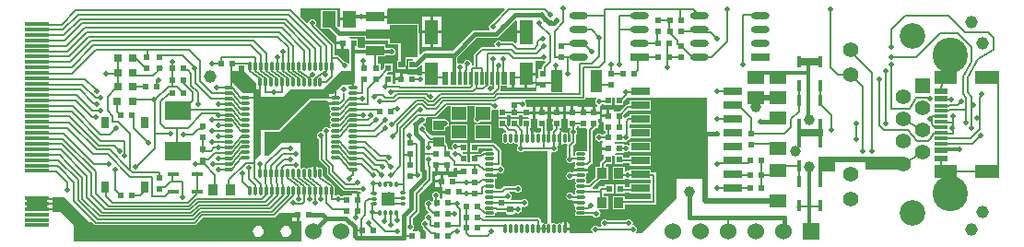
<source format=gtl>
G04*
G04 #@! TF.GenerationSoftware,Altium Limited,Altium Designer,18.1.7 (191)*
G04*
G04 Layer_Physical_Order=1*
G04 Layer_Color=255*
%FSLAX44Y44*%
%MOMM*%
G71*
G01*
G75*
%ADD10C,0.2000*%
%ADD12C,0.1500*%
%ADD15R,0.6000X0.6000*%
%ADD16R,0.6000X0.6000*%
%ADD17R,1.1000X2.0000*%
%ADD18R,1.7000X0.6500*%
%ADD19O,1.7000X0.6500*%
%ADD20R,1.1500X0.6000*%
%ADD21R,1.1500X0.3000*%
%ADD22R,2.6000X1.7000*%
%ADD23R,1.7000X0.9000*%
%ADD24R,2.5000X0.9000*%
%ADD25R,0.4500X1.0000*%
%ADD26R,0.8000X0.8000*%
%ADD27R,1.0000X0.4500*%
%ADD28R,1.5000X1.2000*%
%ADD29R,0.9300X0.9800*%
%ADD30R,0.2000X0.6000*%
%ADD31R,0.2800X0.2800*%
%ADD32O,0.2800X0.6600*%
%ADD33O,0.6600X0.2800*%
%ADD34R,1.2500X1.2500*%
%ADD35R,1.3000X1.5000*%
%ADD36R,1.5000X1.3000*%
%ADD37R,2.2500X0.3500*%
%ADD38R,0.6000X1.1500*%
%ADD39R,0.3000X1.1500*%
%ADD40R,0.7000X1.1000*%
G04:AMPARAMS|DCode=41|XSize=0.3mm|YSize=0.8mm|CornerRadius=0.075mm|HoleSize=0mm|Usage=FLASHONLY|Rotation=180.000|XOffset=0mm|YOffset=0mm|HoleType=Round|Shape=RoundedRectangle|*
%AMROUNDEDRECTD41*
21,1,0.3000,0.6500,0,0,180.0*
21,1,0.1500,0.8000,0,0,180.0*
1,1,0.1500,-0.0750,0.3250*
1,1,0.1500,0.0750,0.3250*
1,1,0.1500,0.0750,-0.3250*
1,1,0.1500,-0.0750,-0.3250*
%
%ADD41ROUNDEDRECTD41*%
G04:AMPARAMS|DCode=42|XSize=0.3mm|YSize=0.8mm|CornerRadius=0.075mm|HoleSize=0mm|Usage=FLASHONLY|Rotation=90.000|XOffset=0mm|YOffset=0mm|HoleType=Round|Shape=RoundedRectangle|*
%AMROUNDEDRECTD42*
21,1,0.3000,0.6500,0,0,90.0*
21,1,0.1500,0.8000,0,0,90.0*
1,1,0.1500,0.3250,0.0750*
1,1,0.1500,0.3250,-0.0750*
1,1,0.1500,-0.3250,-0.0750*
1,1,0.1500,-0.3250,0.0750*
%
%ADD42ROUNDEDRECTD42*%
%ADD43R,2.4000X1.7000*%
%ADD44R,0.9800X0.9300*%
%ADD45R,0.6000X0.2000*%
%ADD46R,1.4000X1.2000*%
%ADD47R,1.6700X0.7600*%
%ADD93C,0.4000*%
%ADD94C,0.3000*%
%ADD95C,0.5000*%
%ADD96R,4.6000X0.4000*%
%ADD97R,2.1000X0.8000*%
%ADD98R,0.4000X0.6000*%
%ADD99R,1.6000X0.4000*%
%ADD100R,3.6000X0.4000*%
%ADD101R,1.5000X2.2000*%
%ADD102R,0.6000X0.8000*%
%ADD103R,0.4000X3.7000*%
%ADD104R,1.9000X1.1500*%
%ADD105R,1.6000X1.4000*%
%ADD106R,0.9000X1.4000*%
%ADD107R,5.3000X0.6000*%
%ADD108R,0.6000X0.4000*%
%ADD109R,0.4000X2.1000*%
%ADD110R,3.6000X1.3000*%
%ADD111R,2.2000X0.7000*%
%ADD112R,0.3000X1.7000*%
%ADD113C,1.5240*%
%ADD114R,1.5240X1.5240*%
%ADD115R,2.0000X1.2000*%
%ADD116R,2.3000X1.2000*%
%ADD117C,1.3980*%
%ADD118C,2.3550*%
%ADD119C,3.2500*%
%ADD120R,1.3980X1.3980*%
%ADD121C,1.1520*%
%ADD122R,1.2000X2.0000*%
%ADD123R,1.2000X2.3000*%
%ADD124C,0.5080*%
%ADD125C,1.0000*%
G36*
X459460Y493270D02*
X468500D01*
Y490730D01*
X459460D01*
Y485246D01*
X458287Y484760D01*
X457000Y486047D01*
Y500500D01*
X442000D01*
Y483500D01*
X449453D01*
X456213Y476741D01*
X456380Y475540D01*
X456380Y475540D01*
X456380Y475540D01*
Y471270D01*
X461920D01*
Y470000D01*
X463190D01*
Y464460D01*
X467460D01*
X468376Y463606D01*
Y451108D01*
X467106Y450723D01*
X466552Y451552D01*
X465381Y452335D01*
X464000Y452609D01*
X463996Y452609D01*
X458802Y457802D01*
X457976Y458355D01*
X457000Y458549D01*
X454549D01*
Y468000D01*
X454355Y468975D01*
X453802Y469802D01*
X437195Y486410D01*
X437335Y486619D01*
X437609Y488000D01*
X437335Y489381D01*
X436552Y490552D01*
X435381Y491335D01*
X434000Y491609D01*
X432619Y491335D01*
X431448Y490552D01*
X430665Y489381D01*
X430558Y488843D01*
X429180Y488425D01*
X423000Y494605D01*
Y502000D01*
X459460D01*
Y493270D01*
D02*
G37*
G36*
X621960Y490254D02*
Y481270D01*
X630500D01*
Y478730D01*
X621960D01*
Y470304D01*
X620787Y469818D01*
X619802Y470802D01*
X618975Y471355D01*
X618000Y471549D01*
X607554D01*
X607552Y471552D01*
X606381Y472335D01*
X605000Y472609D01*
X603619Y472335D01*
X602448Y471552D01*
X601665Y470381D01*
X601391Y469000D01*
X601665Y467619D01*
X601702Y467564D01*
X601023Y466294D01*
X590000D01*
X589122Y466119D01*
X588378Y465622D01*
X583378Y460622D01*
X582881Y459878D01*
X582706Y459000D01*
Y449444D01*
X581436Y449411D01*
X580523Y450564D01*
X580609Y451000D01*
X580335Y452381D01*
X579552Y453552D01*
X578381Y454335D01*
X577000Y454609D01*
X575619Y454335D01*
X574448Y453552D01*
X573665Y452381D01*
X573461Y451356D01*
X573375Y451279D01*
X572465Y450862D01*
X572158Y450816D01*
X571381Y451335D01*
X570000Y451609D01*
X568894Y451389D01*
X567624Y452081D01*
Y457077D01*
X584978Y474431D01*
X603000D01*
X604366Y474703D01*
X605523Y475477D01*
X612378Y482332D01*
X612552Y482448D01*
X612668Y482622D01*
X620787Y490740D01*
X621960Y490254D01*
D02*
G37*
G36*
X611222Y500827D02*
X598757Y488362D01*
X598619Y488335D01*
X597448Y487552D01*
X596665Y486381D01*
X596391Y485000D01*
X596665Y483619D01*
X597187Y482839D01*
X596674Y481622D01*
X596624Y481569D01*
X583500D01*
X582134Y481297D01*
X580977Y480523D01*
X563022Y462569D01*
X538000D01*
X536634Y462297D01*
X535477Y461523D01*
X533797Y459844D01*
X532624Y460330D01*
Y479000D01*
X532148Y480148D01*
X532000Y480209D01*
Y487500D01*
X504310D01*
X504000Y487500D01*
X503040Y488248D01*
Y492730D01*
X492000D01*
Y495270D01*
X503040D01*
Y500730D01*
X503040Y501040D01*
X503788Y502000D01*
X610736D01*
X611222Y500827D01*
D02*
G37*
G36*
X648738Y452888D02*
X648884Y452569D01*
X646198Y449882D01*
X645645Y449055D01*
X645451Y448080D01*
Y446080D01*
X642000D01*
Y438080D01*
X640987Y437460D01*
X640460D01*
Y433190D01*
X646000D01*
Y430650D01*
X640460D01*
Y426380D01*
X640460D01*
X640016Y425294D01*
X607112D01*
X606746Y426564D01*
X607119Y427122D01*
X607294Y428000D01*
Y430850D01*
X612760D01*
Y429310D01*
X617030D01*
Y437600D01*
X619570D01*
Y429310D01*
X621960D01*
Y428860D01*
X629230D01*
Y441400D01*
X630500D01*
Y442670D01*
X639040D01*
Y453451D01*
X646000D01*
X646348Y453520D01*
X647000Y453391D01*
X648136Y453617D01*
X648738Y452888D01*
D02*
G37*
G36*
X482500Y472500D02*
X504000D01*
Y468500D01*
X513351D01*
Y454000D01*
X511920D01*
Y446000D01*
X519920D01*
Y448190D01*
X520217Y448634D01*
X520489Y450000D01*
Y455376D01*
X526258D01*
X526937Y454106D01*
X526866Y454000D01*
X522080D01*
Y446000D01*
X530080D01*
Y446646D01*
X530366Y446703D01*
X531523Y447477D01*
X534287Y450240D01*
X535460Y449754D01*
Y440925D01*
X534190Y440373D01*
X533000Y440609D01*
X531619Y440335D01*
X531350Y440155D01*
X530080Y440834D01*
Y441000D01*
X522080D01*
X521460Y442013D01*
Y442540D01*
X517190D01*
Y437000D01*
X515920D01*
Y435730D01*
X510380D01*
Y432294D01*
X509011D01*
X508000Y432920D01*
Y440920D01*
X503210D01*
X502722Y442092D01*
X503702Y443080D01*
X508000D01*
Y451080D01*
X500000D01*
Y446587D01*
X498174Y444747D01*
X497000Y445231D01*
Y451080D01*
X494549D01*
Y457500D01*
X501500D01*
Y458376D01*
X508000D01*
X509148Y458852D01*
X509335Y459302D01*
X509552Y459448D01*
X510335Y460619D01*
X510609Y462000D01*
X510335Y463381D01*
X509552Y464552D01*
X509335Y464697D01*
X509148Y465148D01*
X508000Y465624D01*
X501500D01*
Y468500D01*
X482500D01*
Y465624D01*
X477194D01*
X476080Y466000D01*
Y474000D01*
X469347D01*
X468602Y475270D01*
X468693Y475431D01*
X482500D01*
Y472500D01*
D02*
G37*
G36*
X472000Y432000D02*
X462000Y432000D01*
X453000Y423000D01*
X450000Y423000D01*
X450000Y420000D01*
X407000Y420000D01*
X414000Y427000D01*
X444000D01*
X461000Y444000D01*
X472000D01*
Y432000D01*
D02*
G37*
G36*
X583000Y401882D02*
X582665Y401381D01*
X582391Y400000D01*
X582665Y398619D01*
X583000Y398118D01*
Y398000D01*
X583079D01*
X583448Y397448D01*
X584619Y396665D01*
X586000Y396391D01*
X587381Y396665D01*
X588552Y397448D01*
X588921Y398000D01*
X599000D01*
Y408220D01*
X600270Y408898D01*
X600619Y408665D01*
X602000Y408391D01*
X603381Y408665D01*
X603730Y408899D01*
X605000Y408220D01*
Y402080D01*
X613000D01*
Y403531D01*
X616000D01*
Y402080D01*
X624000D01*
Y403531D01*
X627000D01*
Y402080D01*
X632374D01*
X633136Y400810D01*
X632789Y400104D01*
X632196Y399920D01*
X627000D01*
Y394264D01*
X625827Y393778D01*
X624000Y395605D01*
Y399920D01*
X616000D01*
Y394264D01*
X614827Y393778D01*
X613000Y395605D01*
Y399920D01*
X605000D01*
Y391920D01*
X609475D01*
X612387Y389008D01*
X612379Y388937D01*
X611815Y387784D01*
X610750D01*
X610067Y387648D01*
X609488Y387262D01*
X609102Y386683D01*
X608966Y386000D01*
Y379500D01*
X609102Y378817D01*
X609488Y378238D01*
X610067Y377851D01*
X610750Y377716D01*
X612250D01*
X612933Y377851D01*
X613512Y378238D01*
X614488D01*
X615067Y377851D01*
X615750Y377716D01*
X617250D01*
X617933Y377851D01*
X618512Y378238D01*
X619488D01*
X620067Y377851D01*
X620750Y377716D01*
X622250D01*
X623451Y376787D01*
Y375554D01*
X623448Y375552D01*
X622665Y374381D01*
X622391Y373000D01*
X622665Y371619D01*
X623448Y370448D01*
X624619Y369665D01*
X626000Y369391D01*
X627381Y369665D01*
X628552Y370448D01*
X628554Y370451D01*
X650000D01*
Y368000D01*
Y310000D01*
Y304104D01*
X649488Y303762D01*
X648512D01*
X647933Y304148D01*
X647250Y304284D01*
X645750D01*
X644549Y305213D01*
Y307000D01*
X644355Y307975D01*
X643802Y308802D01*
X642975Y309355D01*
X642000Y309549D01*
X593121D01*
X593042Y309681D01*
X593762Y310951D01*
X597250D01*
X597324Y310966D01*
X600500D01*
X601183Y311101D01*
X601762Y311488D01*
X602149Y312067D01*
X602284Y312750D01*
Y313612D01*
X602460Y313858D01*
X603338Y314503D01*
X603520Y314546D01*
X604000Y314451D01*
X611944D01*
X612000Y314395D01*
Y313000D01*
X612791D01*
X612852Y312852D01*
X614000Y312376D01*
X618000D01*
X619148Y312852D01*
X619209Y313000D01*
X620000D01*
Y313220D01*
X621270Y313898D01*
X621619Y313665D01*
X623000Y313391D01*
X624381Y313665D01*
X625552Y314448D01*
X626335Y315619D01*
X626609Y317000D01*
X626335Y318381D01*
X627003Y319667D01*
X627423Y319796D01*
X627619Y319665D01*
X629000Y319391D01*
X630381Y319665D01*
X631552Y320448D01*
X632335Y321619D01*
X632609Y323000D01*
X632335Y324381D01*
X631552Y325552D01*
X630381Y326335D01*
X629000Y326609D01*
X627619Y326335D01*
X626448Y325552D01*
X626446Y325549D01*
X617363D01*
X617283Y325638D01*
X616800Y326819D01*
X617335Y327619D01*
X617609Y329000D01*
X617335Y330381D01*
X616552Y331552D01*
X615611Y332181D01*
X615688Y332750D01*
X615762Y333299D01*
X615822Y333451D01*
X620446D01*
X620448Y333448D01*
X621619Y332665D01*
X623000Y332391D01*
X624381Y332665D01*
X625552Y333448D01*
X626335Y334619D01*
X626609Y336000D01*
X626335Y337381D01*
X625552Y338552D01*
X624381Y339335D01*
X623000Y339609D01*
X621619Y339335D01*
X620448Y338552D01*
X620446Y338549D01*
X611000D01*
X610025Y338355D01*
X609270Y337851D01*
D01*
X609198Y337802D01*
X607444Y336049D01*
X602996D01*
X602669Y336442D01*
X602199Y337319D01*
X602284Y337750D01*
Y339250D01*
X602149Y339933D01*
X601762Y340512D01*
Y341488D01*
X602149Y342067D01*
X602284Y342750D01*
Y344250D01*
X602155Y344899D01*
X602872Y345378D01*
X603599Y346466D01*
X603751Y347230D01*
X597250D01*
Y349770D01*
X603836D01*
X604731Y350951D01*
X605191D01*
X605619Y350665D01*
X607000Y350391D01*
X608381Y350665D01*
X609552Y351448D01*
X610335Y352619D01*
X610609Y354000D01*
X610335Y355381D01*
X609552Y356552D01*
X608381Y357335D01*
X607358Y357538D01*
X607549Y358500D01*
Y371000D01*
X607355Y371976D01*
X606802Y372802D01*
X601802Y377802D01*
X600975Y378355D01*
X600000Y378549D01*
X585000D01*
X584025Y378355D01*
X583493Y378000D01*
X579080D01*
Y370000D01*
X587080D01*
Y373451D01*
X598944D01*
X600091Y372304D01*
X599565Y371034D01*
X594000D01*
X593317Y370898D01*
X593161Y370794D01*
X591500D01*
X590622Y370619D01*
X589878Y370122D01*
X588050Y368294D01*
X583000D01*
X582122Y368119D01*
X581943Y368000D01*
X579080D01*
Y360549D01*
X576920D01*
Y368000D01*
X572804D01*
X572134Y368840D01*
X572640Y370000D01*
X576920D01*
Y378000D01*
X568920D01*
Y378000D01*
X567700Y378121D01*
X567381Y378335D01*
X566000Y378609D01*
X564619Y378335D01*
X563448Y377552D01*
X562665Y376381D01*
X562391Y375000D01*
X562665Y373619D01*
X563448Y372448D01*
X563355Y371141D01*
X563270Y371074D01*
X562000Y371689D01*
Y372080D01*
X558549D01*
Y375000D01*
X558355Y375975D01*
X557802Y376802D01*
X555900Y378705D01*
Y384950D01*
X544100D01*
X543072Y385533D01*
X538443Y390162D01*
X538609Y391000D01*
X538335Y392381D01*
X537552Y393552D01*
X536381Y394335D01*
X536291Y394353D01*
Y395647D01*
X536381Y395665D01*
X537552Y396448D01*
X538335Y397619D01*
X538609Y399000D01*
X538335Y400381D01*
X538298Y400436D01*
X538977Y401706D01*
X547000D01*
X547878Y401881D01*
X548622Y402378D01*
X557950Y411706D01*
X561000D01*
Y398000D01*
X577000D01*
Y411706D01*
X583000D01*
Y401882D01*
D02*
G37*
G36*
X449164Y415770D02*
X455750D01*
Y413230D01*
X449249D01*
X449401Y412466D01*
X450128Y411378D01*
X450845Y410899D01*
X450716Y410250D01*
Y408750D01*
X450852Y408067D01*
X451238Y407488D01*
Y406512D01*
X450852Y405933D01*
X450716Y405250D01*
Y403750D01*
X450852Y403067D01*
X451238Y402488D01*
Y401512D01*
X450852Y400933D01*
X450716Y400250D01*
Y398750D01*
X450852Y398067D01*
X451238Y397488D01*
Y396512D01*
X450852Y395933D01*
X450716Y395250D01*
Y393750D01*
X450852Y393067D01*
X451123Y392660D01*
X450914Y391870D01*
X450214Y391555D01*
X449584Y391505D01*
X449552Y391552D01*
X448381Y392335D01*
X447000Y392609D01*
X445619Y392335D01*
X444448Y391552D01*
X443665Y390381D01*
X443391Y389000D01*
X442181Y388573D01*
X442000Y388609D01*
X440619Y388335D01*
X439448Y387552D01*
X438665Y386381D01*
X438391Y385000D01*
X438665Y383619D01*
X439448Y382448D01*
X440619Y381665D01*
X440706Y381648D01*
Y363000D01*
X440881Y362122D01*
X441378Y361378D01*
X447706Y355050D01*
Y350000D01*
X447881Y349122D01*
X448378Y348378D01*
X462378Y334378D01*
X463122Y333881D01*
X464000Y333706D01*
X478275D01*
X478448Y333448D01*
X479402Y332810D01*
X479291Y331804D01*
X479191Y331540D01*
X477350D01*
Y326000D01*
X474810D01*
Y331540D01*
X470540D01*
Y331013D01*
X469920Y330000D01*
X461920D01*
Y329549D01*
X460554D01*
X460552Y329552D01*
X459381Y330335D01*
X458000Y330609D01*
X456619Y330335D01*
X455819Y329800D01*
X454638Y330283D01*
X454549Y330363D01*
Y334500D01*
X454534Y334574D01*
Y337750D01*
X454398Y338433D01*
X454263Y338636D01*
X454273Y338807D01*
X453983Y339654D01*
X453390Y340325D01*
X444034Y347453D01*
Y353500D01*
X443899Y354183D01*
X443512Y354762D01*
X442933Y355149D01*
X442250Y355284D01*
X440750D01*
X440101Y355155D01*
X439622Y355872D01*
X438534Y356599D01*
X437770Y356751D01*
Y350250D01*
X435230D01*
Y356751D01*
X434466Y356599D01*
X433378Y355872D01*
X432899Y355155D01*
X432250Y355284D01*
X430750D01*
X430067Y355149D01*
X429488Y354762D01*
X428512D01*
X427933Y355149D01*
X427250Y355284D01*
X426549D01*
X426500Y355294D01*
X426451Y355284D01*
X425750D01*
X425067Y355149D01*
X424488Y354762D01*
X423131Y355016D01*
X423000Y355104D01*
Y378000D01*
X406000D01*
X394000Y366000D01*
X390000Y366000D01*
Y388000D01*
X404000D01*
X423000Y407000D01*
Y407704D01*
X432247Y416951D01*
X448269D01*
X449164Y415770D01*
D02*
G37*
G36*
X679000Y391920D02*
X685749D01*
X686035Y391619D01*
X686580Y390650D01*
X686451Y390000D01*
Y371018D01*
X685608Y370659D01*
X685181Y370566D01*
X684683Y370898D01*
X684000Y371034D01*
X677500D01*
X676817Y370898D01*
X676238Y370512D01*
X675852Y369933D01*
X675716Y369250D01*
Y367750D01*
X675801Y367319D01*
X675331Y366442D01*
X675005Y366049D01*
X673549D01*
Y374944D01*
X675802Y377198D01*
X676355Y378024D01*
X676549Y379000D01*
Y385446D01*
X676552Y385448D01*
X677335Y386619D01*
X677609Y388000D01*
X677335Y389381D01*
X676552Y390552D01*
X676549Y390554D01*
Y392000D01*
X677000D01*
Y393371D01*
X679000D01*
Y391920D01*
D02*
G37*
G36*
X383000Y433000D02*
Y427000D01*
X387000D01*
Y420000D01*
Y419000D01*
X432000D01*
X403000Y390000D01*
X387000D01*
Y368000D01*
X380000Y362000D01*
Y419000D01*
X380000Y424000D01*
X371000Y424000D01*
X360000Y435000D01*
X360000Y444000D01*
X372000D01*
X383000Y433000D01*
D02*
G37*
G36*
X695329Y420000D02*
X695714Y418730D01*
X695448Y418552D01*
X694665Y417381D01*
X694391Y416000D01*
X694665Y414619D01*
X695448Y413448D01*
X696283Y412890D01*
X695898Y411620D01*
X694270D01*
Y407350D01*
X698540D01*
Y411203D01*
X698540Y411620D01*
X699179Y412625D01*
X699381Y412665D01*
X700552Y413448D01*
X700554Y413451D01*
X701920D01*
Y413000D01*
X709920D01*
Y420000D01*
X712080D01*
Y413000D01*
X715093D01*
X715540Y412911D01*
X715987Y413000D01*
X720080D01*
Y416395D01*
X723685Y420000D01*
X797000Y420000D01*
X797000Y345250D01*
X769000Y345250D01*
X769000Y327000D01*
X737000Y295000D01*
X731671D01*
X731286Y296270D01*
X731552Y296448D01*
X732335Y297619D01*
X732609Y299000D01*
X732335Y300381D01*
X731552Y301552D01*
X730381Y302335D01*
X729165Y302576D01*
X728704Y303156D01*
X728366Y303778D01*
X728609Y305000D01*
X728335Y306381D01*
X727552Y307552D01*
X726381Y308335D01*
X725000Y308609D01*
X723619Y308335D01*
X722448Y307552D01*
X722446Y307549D01*
X705554D01*
X705552Y307552D01*
X704381Y308335D01*
X703000Y308609D01*
X701619Y308335D01*
X700448Y307552D01*
X699665Y306381D01*
X699391Y305000D01*
X699665Y303619D01*
X700200Y302819D01*
X699717Y301638D01*
X699637Y301549D01*
X696554D01*
X696552Y301552D01*
X695381Y302335D01*
X694000Y302609D01*
X692619Y302335D01*
X691448Y301552D01*
X690665Y300381D01*
X690391Y299000D01*
X690665Y297619D01*
X691448Y296448D01*
X691714Y296270D01*
X691329Y295000D01*
X671407D01*
X670601Y295982D01*
X670604Y296000D01*
Y297980D01*
X666500D01*
Y299250D01*
X665230D01*
Y305751D01*
X664466Y305599D01*
X663378Y304872D01*
X662899Y304155D01*
X662250Y304284D01*
X660750D01*
X660067Y304148D01*
X659488Y303762D01*
X658512D01*
X657933Y304148D01*
X657250Y304284D01*
X655750D01*
X655270Y304189D01*
X654583Y304518D01*
X654000Y304963D01*
Y368668D01*
X655270Y369536D01*
X656000Y369391D01*
X657381Y369665D01*
X658552Y370448D01*
X659335Y371619D01*
X659609Y373000D01*
X659335Y374381D01*
X659049Y374809D01*
Y375269D01*
X660230Y376164D01*
Y382750D01*
X662770D01*
Y376249D01*
X663534Y376401D01*
X664622Y377128D01*
X665101Y377845D01*
X665750Y377716D01*
X667250D01*
X667668Y377799D01*
X668311Y377257D01*
X668608Y376790D01*
X668451Y376000D01*
Y365554D01*
X668448Y365552D01*
X667665Y364381D01*
X667391Y363000D01*
X667665Y361619D01*
X668448Y360448D01*
X669619Y359665D01*
X671000Y359391D01*
X672381Y359665D01*
X673552Y360448D01*
X673812Y360836D01*
X675069Y360873D01*
X675331Y360558D01*
X675801Y359681D01*
X675716Y359250D01*
Y357750D01*
X675845Y357101D01*
X675128Y356622D01*
X674401Y355534D01*
X674249Y354770D01*
X680750D01*
X687251D01*
X687244Y354804D01*
X687475Y356145D01*
X688302Y356698D01*
X690802Y359198D01*
X691355Y360025D01*
X691549Y361000D01*
Y388944D01*
X694525Y391920D01*
X697000D01*
Y394493D01*
X697355Y395025D01*
X697549Y396000D01*
X697355Y396976D01*
X697000Y397507D01*
X697000Y399920D01*
X698013Y400540D01*
X698540D01*
Y404810D01*
X693000D01*
Y406080D01*
X691730D01*
Y411620D01*
X688540D01*
Y411620D01*
X684270D01*
Y406080D01*
X681730D01*
Y411620D01*
X678540D01*
Y411700D01*
X674270D01*
Y406160D01*
X673000D01*
Y404890D01*
X667460D01*
Y400620D01*
X667987D01*
X669000Y400000D01*
X669000Y399350D01*
Y392000D01*
X671451D01*
Y390554D01*
X671448Y390552D01*
X670665Y389381D01*
X670391Y388000D01*
X670665Y386619D01*
X671448Y385448D01*
X671451Y385446D01*
Y380056D01*
X670189Y378793D01*
X669018Y379419D01*
X669034Y379500D01*
Y386000D01*
X668898Y386683D01*
X668512Y387262D01*
X667933Y387648D01*
X667250Y387784D01*
X665750D01*
X665101Y387655D01*
X664622Y388372D01*
X663534Y389099D01*
X662412Y389322D01*
X662173Y389481D01*
X661474Y390624D01*
X661549Y391000D01*
Y391920D01*
X663000D01*
Y399270D01*
X663000Y399920D01*
X664013Y400540D01*
X664540D01*
Y404810D01*
X653460D01*
Y400540D01*
X653987D01*
X655000Y399920D01*
X655000Y398507D01*
X654645Y397975D01*
X654451Y397000D01*
X654645Y396025D01*
X655000Y395493D01*
Y391920D01*
X655000D01*
X655385Y390990D01*
X654698Y390302D01*
X654145Y389476D01*
X652804Y389244D01*
X652770Y389251D01*
Y382750D01*
X650230D01*
Y389336D01*
X649049Y390231D01*
Y394500D01*
X649000Y394746D01*
X649000Y399920D01*
X650013Y400540D01*
X650540D01*
Y404810D01*
X639460D01*
Y400540D01*
X639987D01*
X641000Y399920D01*
X641000Y399270D01*
Y391920D01*
X643951D01*
Y388495D01*
X643558Y388169D01*
X642681Y387699D01*
X642250Y387784D01*
X640750D01*
X640101Y387655D01*
X639622Y388372D01*
X638534Y389099D01*
X637770Y389251D01*
Y382750D01*
X635230D01*
Y389336D01*
X634049Y390231D01*
Y391920D01*
X635000D01*
Y399920D01*
X636013Y400540D01*
X636540D01*
Y404810D01*
X631000D01*
Y407350D01*
X636540D01*
Y411620D01*
X631078D01*
X630388Y412890D01*
X630609Y414000D01*
X630335Y415381D01*
X629630Y416436D01*
X629764Y416988D01*
X630111Y417706D01*
X683000D01*
X683878Y417881D01*
X684622Y418378D01*
X685119Y419122D01*
X685294Y420000D01*
X695329D01*
D02*
G37*
G36*
X549270Y352380D02*
X552460D01*
Y352380D01*
X556730D01*
Y357920D01*
X559270D01*
Y352380D01*
X563540D01*
Y354558D01*
X564810Y355489D01*
X565000Y355451D01*
X567380D01*
Y353270D01*
X572920D01*
Y350730D01*
X567380D01*
Y348146D01*
X567080Y347000D01*
X566334Y347000D01*
X559080Y347000D01*
X558460Y348013D01*
Y348540D01*
X554190D01*
Y343000D01*
X552920D01*
Y341730D01*
X547380D01*
Y337460D01*
X553380D01*
Y334270D01*
X558920D01*
Y331730D01*
X553380D01*
Y328079D01*
X553057Y327323D01*
X552300Y327000D01*
X551780D01*
X551101Y328270D01*
X551335Y328619D01*
X551609Y330000D01*
X551335Y331381D01*
X550552Y332552D01*
X549381Y333335D01*
X548000Y333609D01*
X546619Y333335D01*
X545448Y332552D01*
X544665Y331381D01*
X544391Y330000D01*
X544665Y328619D01*
X544903Y328263D01*
X544920Y327000D01*
X544920Y327000D01*
Y324791D01*
X543650Y324406D01*
X543552Y324552D01*
X542381Y325335D01*
X541000Y325609D01*
X539619Y325335D01*
X538448Y324552D01*
X537665Y323381D01*
X537391Y322000D01*
X537665Y320619D01*
X538448Y319448D01*
X538706Y319275D01*
Y318000D01*
X538881Y317122D01*
X539378Y316378D01*
X540938Y314818D01*
X540458Y313501D01*
X539619Y313335D01*
X538448Y312552D01*
X537665Y311381D01*
X537391Y310000D01*
X537665Y308619D01*
X536952Y307401D01*
X536619Y307335D01*
X535448Y306552D01*
X534665Y305381D01*
X534391Y304000D01*
X534665Y302619D01*
X535448Y301448D01*
X535706Y301275D01*
Y301000D01*
X535881Y300122D01*
X536089Y299810D01*
X535520Y298540D01*
X530540D01*
Y298013D01*
X529920Y297000D01*
X526671D01*
X526286Y298270D01*
X526552Y298448D01*
X527335Y299619D01*
X527609Y301000D01*
X527335Y302381D01*
X526552Y303552D01*
X526549Y303554D01*
Y308944D01*
X531802Y314198D01*
X532355Y315025D01*
X532549Y316000D01*
Y330944D01*
X543802Y342198D01*
X544355Y343025D01*
X544549Y344000D01*
Y352380D01*
X546730D01*
Y357920D01*
X549270D01*
Y352380D01*
D02*
G37*
G36*
X207000Y328000D02*
X229381Y305619D01*
X231095Y305693D01*
X233410Y303378D01*
X233411Y303378D01*
X234155Y302881D01*
X235033Y302706D01*
X235033Y302706D01*
X326000D01*
X326878Y302881D01*
X327622Y303378D01*
X333950Y309706D01*
X399000D01*
X399878Y309881D01*
X400622Y310378D01*
X403355Y313111D01*
X414463Y313589D01*
X414796Y313270D01*
X420920D01*
Y312000D01*
X422190D01*
Y306460D01*
X424000D01*
Y288000D01*
X215000D01*
Y303000D01*
X203000Y315000D01*
X196000D01*
X196000Y328000D01*
X207000Y328000D01*
D02*
G37*
%LPC*%
G36*
X460650Y468730D02*
X456380D01*
Y464460D01*
X460650D01*
Y468730D01*
D02*
G37*
G36*
X552540Y494040D02*
X545270D01*
Y481270D01*
X552540D01*
Y494040D01*
D02*
G37*
G36*
X542730D02*
X535460D01*
Y481270D01*
X542730D01*
Y494040D01*
D02*
G37*
G36*
X552540Y478730D02*
X545270D01*
Y465960D01*
X552540D01*
Y478730D01*
D02*
G37*
G36*
X542730D02*
X535460D01*
Y465960D01*
X542730D01*
Y478730D01*
D02*
G37*
G36*
X639040Y440130D02*
X631770D01*
Y428860D01*
X639040D01*
Y440130D01*
D02*
G37*
G36*
X514650Y442540D02*
X510380D01*
Y438270D01*
X514650D01*
Y442540D01*
D02*
G37*
G36*
X555900Y400350D02*
X544100D01*
Y389050D01*
X555900D01*
Y392309D01*
X556000Y392391D01*
X557381Y392665D01*
X558552Y393448D01*
X559335Y394619D01*
X559609Y396000D01*
X559335Y397381D01*
X558552Y398552D01*
X557381Y399335D01*
X556000Y399609D01*
X555900Y399691D01*
Y400350D01*
D02*
G37*
G36*
X599000Y395000D02*
X583000D01*
Y381000D01*
X599000D01*
Y395000D01*
D02*
G37*
G36*
X565000Y395609D02*
X563619Y395335D01*
X563118Y395000D01*
X561000D01*
Y381000D01*
X577000D01*
Y395000D01*
X566882D01*
X566381Y395335D01*
X565000Y395609D01*
D02*
G37*
G36*
X671730Y411700D02*
X667460D01*
Y407430D01*
X671730D01*
Y411700D01*
D02*
G37*
G36*
X664540Y411620D02*
X660270D01*
Y407350D01*
X664540D01*
Y411620D01*
D02*
G37*
G36*
X657730D02*
X653460D01*
Y407350D01*
X657730D01*
Y411620D01*
D02*
G37*
G36*
X650540D02*
X646270D01*
Y407350D01*
X650540D01*
Y411620D01*
D02*
G37*
G36*
X643730D02*
X639460D01*
Y407350D01*
X643730D01*
Y411620D01*
D02*
G37*
G36*
X744700Y417550D02*
X726000D01*
Y413549D01*
X724000D01*
X723025Y413355D01*
X722198Y412802D01*
X716395Y407000D01*
X712080Y407000D01*
X711460Y408013D01*
Y408540D01*
X707190D01*
Y403000D01*
X705920D01*
Y401730D01*
X700380D01*
Y397460D01*
X700841D01*
X701920Y397000D01*
X701920Y396190D01*
Y389000D01*
X703371D01*
Y387000D01*
X701920D01*
Y385549D01*
X700554D01*
X700552Y385552D01*
X699381Y386335D01*
X698000Y386609D01*
X696619Y386335D01*
X695448Y385552D01*
X694665Y384381D01*
X694391Y383000D01*
X694665Y381619D01*
X695448Y380448D01*
X696619Y379665D01*
X698000Y379391D01*
X699381Y379665D01*
X700552Y380448D01*
X701319Y380018D01*
X701067Y378636D01*
X700841Y378540D01*
X700380D01*
Y374270D01*
X705920D01*
Y371730D01*
X700380D01*
Y367460D01*
X700841D01*
X701920Y367000D01*
X701920Y366190D01*
Y363605D01*
X699198Y360882D01*
X698645Y360055D01*
X698451Y359080D01*
Y355900D01*
X694650D01*
Y347255D01*
X688444Y341049D01*
X686496D01*
X686169Y341442D01*
X685699Y342319D01*
X685784Y342750D01*
Y344250D01*
X685648Y344933D01*
X685262Y345512D01*
Y346488D01*
X685648Y347067D01*
X685784Y347750D01*
Y349250D01*
X685655Y349899D01*
X686372Y350378D01*
X687099Y351466D01*
X687251Y352230D01*
X680750D01*
X674164D01*
X673269Y351049D01*
X672809D01*
X672381Y351335D01*
X671000Y351609D01*
X669619Y351335D01*
X668448Y350552D01*
X667665Y349381D01*
X667391Y348000D01*
X667665Y346619D01*
X668448Y345448D01*
X669619Y344665D01*
X671000Y344391D01*
X672381Y344665D01*
X673552Y345448D01*
X673812Y345836D01*
X675069Y345873D01*
X675331Y345558D01*
X675801Y344681D01*
X675716Y344250D01*
Y342750D01*
X675852Y342067D01*
X676238Y341488D01*
Y340512D01*
X675852Y339933D01*
X675716Y339250D01*
Y337750D01*
X675852Y337067D01*
X676238Y336488D01*
Y335512D01*
X675852Y334933D01*
X675716Y334250D01*
Y332750D01*
X675801Y332319D01*
X675331Y331442D01*
X675069Y331127D01*
X673812Y331164D01*
X673552Y331552D01*
X672381Y332335D01*
X671000Y332609D01*
X669619Y332335D01*
X668448Y331552D01*
X667665Y330381D01*
X667391Y329000D01*
X667665Y327619D01*
X668448Y326448D01*
X669619Y325665D01*
X671000Y325391D01*
X672381Y325665D01*
X672809Y325951D01*
X673269D01*
X674164Y324770D01*
X680750D01*
Y322230D01*
X674249D01*
X674401Y321466D01*
X675128Y320378D01*
X675845Y319899D01*
X675716Y319250D01*
Y317750D01*
X675852Y317067D01*
X676238Y316488D01*
X676238Y315511D01*
X675852Y314933D01*
X675716Y314250D01*
Y312750D01*
X675852Y312067D01*
X676238Y311488D01*
X676817Y311101D01*
X677500Y310966D01*
X680676D01*
X680750Y310951D01*
X692112D01*
X692448Y310448D01*
X693619Y309665D01*
X695000Y309391D01*
X696381Y309665D01*
X697552Y310448D01*
X698335Y311619D01*
X698371Y311799D01*
X698855Y312524D01*
X699049Y313500D01*
X698855Y314475D01*
X698303Y315302D01*
X697513Y315830D01*
X697490Y315930D01*
X697724Y317100D01*
X705950D01*
Y328900D01*
X701549D01*
Y333451D01*
X702920D01*
Y332000D01*
X704413D01*
X704945Y331645D01*
X705920Y331451D01*
X706895Y331645D01*
X707427Y332000D01*
X710920D01*
Y340000D01*
X702920D01*
Y338549D01*
X699000D01*
X698025Y338355D01*
X697198Y337802D01*
X696645Y336975D01*
X696451Y336000D01*
X696071Y335630D01*
X692074Y335740D01*
X692045Y335775D01*
X691627Y337022D01*
X698705Y344100D01*
X705950D01*
Y355900D01*
X703549D01*
Y358024D01*
X704525Y359000D01*
X709920D01*
X709920Y366454D01*
X711054Y367329D01*
X711084Y367327D01*
X711375Y367276D01*
X711487Y367252D01*
X711622Y367195D01*
X712018Y366548D01*
X712080Y366103D01*
X712080Y365872D01*
Y359000D01*
X720080D01*
Y359451D01*
X726000D01*
Y357150D01*
X744700D01*
Y366750D01*
X726000D01*
Y364549D01*
X720080D01*
Y367000D01*
X713135Y367000D01*
X712794Y367000D01*
X712527Y367045D01*
X712330Y367089D01*
X712255Y367121D01*
X712002Y367766D01*
X712613Y368801D01*
X712817Y369000D01*
X720080D01*
Y369000D01*
X721350Y369520D01*
X722000Y369391D01*
X723381Y369665D01*
X724552Y370448D01*
X724730Y370714D01*
X726000Y370329D01*
Y369850D01*
X744700D01*
Y379450D01*
X726000D01*
Y375671D01*
X724730Y375286D01*
X724552Y375552D01*
X723381Y376335D01*
X722000Y376609D01*
X721350Y376480D01*
X720080Y377000D01*
Y377000D01*
X720080Y377000D01*
X712817Y377000D01*
X712002Y378234D01*
X712255Y378879D01*
X712540Y379000D01*
X720080D01*
Y379000D01*
X721350Y379520D01*
X722000Y379391D01*
X723381Y379665D01*
X724552Y380448D01*
X725302Y381569D01*
X725348Y381635D01*
X726124Y382550D01*
X726815Y382550D01*
X744700D01*
Y392150D01*
X726819D01*
X726000Y392150D01*
X725549Y393233D01*
Y394167D01*
X726000Y395250D01*
X744700D01*
Y404850D01*
X726000D01*
Y402549D01*
X724000D01*
X723025Y402355D01*
X722198Y401802D01*
X721645Y400975D01*
X721616Y400828D01*
X721350Y400734D01*
X720080Y401633D01*
Y403475D01*
X724730Y408125D01*
X726000Y407950D01*
Y407950D01*
X744700D01*
Y417550D01*
D02*
G37*
G36*
X704650Y408540D02*
X700380D01*
Y404270D01*
X704650D01*
Y408540D01*
D02*
G37*
G36*
X721350Y355900D02*
X710050D01*
Y344100D01*
X721350D01*
Y344986D01*
X722619Y345665D01*
X724000Y345391D01*
X724730Y345536D01*
X726000Y344668D01*
Y344450D01*
X744700D01*
X745451Y343491D01*
Y342309D01*
X744700Y341350D01*
X744181Y341350D01*
X726000D01*
Y337549D01*
X721080D01*
Y340000D01*
X713080D01*
Y332000D01*
X714573D01*
X715105Y331645D01*
X716080Y331451D01*
X717056Y331645D01*
X717587Y332000D01*
X721080D01*
Y332451D01*
X726000D01*
Y331750D01*
X733868D01*
X734025Y331645D01*
X735000Y331451D01*
X735976Y331645D01*
X736133Y331750D01*
X744181D01*
X744700Y331750D01*
X745451Y330791D01*
Y326549D01*
X721350D01*
Y328900D01*
X710050D01*
Y317100D01*
X721350D01*
Y321451D01*
X748000D01*
X748000Y321451D01*
X748976Y321645D01*
X749802Y322197D01*
X750355Y323024D01*
X750549Y324000D01*
Y349000D01*
X750355Y349975D01*
X749802Y350802D01*
X748976Y351355D01*
X748000Y351549D01*
X744700D01*
Y354050D01*
X726000D01*
Y353332D01*
X724730Y352464D01*
X724000Y352609D01*
X722619Y352335D01*
X721350Y353014D01*
Y355900D01*
D02*
G37*
G36*
X667770Y305751D02*
Y300520D01*
X670604D01*
Y302500D01*
X670349Y303784D01*
X669622Y304872D01*
X668534Y305599D01*
X667770Y305751D01*
D02*
G37*
G36*
X551650Y348540D02*
X547380D01*
Y344270D01*
X551650D01*
Y348540D01*
D02*
G37*
G36*
X419650Y310730D02*
X415380D01*
Y306460D01*
X419650D01*
Y310730D01*
D02*
G37*
G36*
X410000Y302098D02*
X408049Y301710D01*
X406395Y300605D01*
X405290Y298951D01*
X404902Y297000D01*
X405290Y295049D01*
X406395Y293395D01*
X408049Y292290D01*
X410000Y291902D01*
X411951Y292290D01*
X413605Y293395D01*
X414710Y295049D01*
X415098Y297000D01*
X414710Y298951D01*
X413605Y300605D01*
X411951Y301710D01*
X410000Y302098D01*
D02*
G37*
G36*
X384600D02*
X382649Y301710D01*
X380995Y300605D01*
X379890Y298951D01*
X379502Y297000D01*
X379890Y295049D01*
X380995Y293395D01*
X382649Y292290D01*
X384600Y291902D01*
X386551Y292290D01*
X388205Y293395D01*
X389310Y295049D01*
X389698Y297000D01*
X389310Y298951D01*
X388205Y300605D01*
X386551Y301710D01*
X384600Y302098D01*
D02*
G37*
%LPD*%
D10*
X760920Y456920D02*
X772000D01*
X760080Y456080D02*
Y469920D01*
X716000Y495000D02*
X739000D01*
X664000Y469000D02*
X684000D01*
X659080Y435920D02*
X660000Y435000D01*
X658000Y435920D02*
X659080D01*
X658000Y433000D02*
Y435000D01*
X618000Y438030D02*
X627970D01*
X636000Y433000D02*
X658000D01*
X622000Y415000D02*
X627000D01*
X545030Y438030D02*
X557000D01*
X1054430Y351800D02*
X1060800D01*
X1015830Y351700D02*
X1054300D01*
X1055000Y351000D01*
X553000Y350000D02*
X572000D01*
X553000Y343000D02*
Y350000D01*
X530000Y349000D02*
Y377000D01*
X524000Y349000D02*
X530000D01*
X552000Y335000D02*
Y345000D01*
X479000Y494000D02*
X498000D01*
X481000Y450080D02*
X483000Y448080D01*
X438000Y415000D02*
X456000D01*
X350500Y449000D02*
X351000D01*
X350500D02*
Y457000D01*
X349500Y450000D02*
X350500Y449000D01*
X306000Y440000D02*
Y453000D01*
X329080Y391080D02*
X334000D01*
X315000Y424000D02*
Y425000D01*
X290000Y387000D02*
Y418000D01*
X405000Y382000D02*
X423000Y400000D01*
X403000Y384000D02*
X405000Y382000D01*
X505000Y328000D02*
X505786Y327214D01*
X489080Y298000D02*
Y299920D01*
X476000Y316000D02*
Y333000D01*
X394000Y369000D02*
X395000Y370000D01*
X272000Y355000D02*
X290000Y373000D01*
X253000Y335000D02*
X258000Y330000D01*
X310000Y430000D02*
X315000Y425000D01*
X306000Y430000D02*
X310000D01*
X306000D02*
Y435000D01*
X302000Y430000D02*
X306000D01*
X290000Y418000D02*
X302000Y430000D01*
X305920Y436000D02*
Y440000D01*
Y433920D02*
Y436000D01*
X320000Y445000D02*
X323000Y442000D01*
X317080Y445000D02*
X320000D01*
X315000Y459000D02*
X326000Y448000D01*
X295920Y459000D02*
X315000D01*
X294000Y457080D02*
X295920Y459000D01*
X294000Y346080D02*
Y351000D01*
Y346000D02*
Y346080D01*
Y338000D02*
X299000D01*
X304000Y343000D01*
X178000Y392000D02*
X209000D01*
X287000Y329000D02*
X299000D01*
X287000D02*
Y347000D01*
X299000Y329000D02*
X303000Y333000D01*
X276000Y330000D02*
X280000Y334000D01*
X268080Y330000D02*
X276000D01*
X703000Y305000D02*
X725000D01*
X815000Y471000D02*
Y502000D01*
X761920Y480080D02*
Y481000D01*
Y480080D02*
X770000Y472000D01*
X930000Y446000D02*
X934000Y442000D01*
X929000Y441000D02*
X940000Y430000D01*
X771040Y468040D02*
X772000Y469000D01*
X772920Y467080D02*
X782000Y458000D01*
X750000Y491000D02*
X761920D01*
Y481000D02*
Y490920D01*
X669000Y456920D02*
X679920D01*
X709000Y441000D02*
X710000Y442000D01*
X657000Y457000D02*
X671000D01*
X543000Y382000D02*
X551000D01*
X556000Y370000D02*
X565000Y361000D01*
X574920Y319080D02*
Y321080D01*
X576000Y295000D02*
Y319080D01*
X492000Y447080D02*
Y461000D01*
X473000Y462000D02*
X498000D01*
X472000Y429500D02*
Y470000D01*
X361080Y451000D02*
X377000D01*
X360000Y449000D02*
X361080D01*
X489000Y315000D02*
Y322000D01*
X511000Y297000D02*
X512000Y298000D01*
X489250Y313750D02*
X496500D01*
X177000Y397000D02*
X211000D01*
X269000Y351000D02*
X294000D01*
X357700Y335000D02*
Y344700D01*
X674000Y379000D02*
Y394000D01*
X671000Y328000D02*
X671500Y328500D01*
X657000Y397000D02*
X659000Y395000D01*
X656500Y373000D02*
Y382750D01*
X576000Y332000D02*
X590000D01*
X590000Y344000D02*
X598000D01*
X576000Y342000D02*
X588000D01*
X563000D02*
X576000D01*
X715540Y415460D02*
X722000Y421920D01*
X683000Y395920D02*
X684000D01*
X673080D02*
X683000D01*
X512000Y297000D02*
Y298000D01*
X407000Y447500D02*
Y462000D01*
X472000Y350000D02*
Y354000D01*
X547920Y368080D02*
X548000Y368000D01*
X478920Y298000D02*
Y307920D01*
X474000Y312000D02*
X476080Y314080D01*
Y316000D01*
X566000Y375000D02*
X573000D01*
X595000Y293000D02*
X599000Y297000D01*
X578000Y293000D02*
X595000D01*
X576000Y295000D02*
X578000Y293000D01*
X611000Y299000D02*
Y302000D01*
X585000D02*
X611000D01*
X559000Y313000D02*
X565000D01*
X560000Y294000D02*
X560500Y293500D01*
X564000Y297000D02*
X567000D01*
X560500Y293500D02*
X564000Y297000D01*
X548000Y350000D02*
X553000D01*
X572000D02*
X573000Y351000D01*
X552000Y335000D02*
X554000Y333000D01*
X558920D01*
X535000Y390000D02*
X543000Y382000D01*
X541000Y379000D02*
X548000D01*
X541000Y374000D02*
Y379000D01*
X541000Y374000D02*
X541000Y374000D01*
Y357000D02*
Y363000D01*
Y357000D02*
X542000Y356000D01*
Y344000D02*
Y356000D01*
X530000Y332000D02*
X542000Y344000D01*
X606500Y353500D02*
X607000Y354000D01*
X597250Y353500D02*
X606500D01*
X613000Y352000D02*
Y369000D01*
X608000Y347000D02*
X613000Y352000D01*
X606500Y348500D02*
X608000Y347000D01*
Y342000D02*
Y347000D01*
X602000Y380000D02*
X613000Y369000D01*
X524000Y310000D02*
X530000Y316000D01*
X524000Y301000D02*
Y310000D01*
X597250Y328500D02*
X613500D01*
X641000Y299000D02*
Y299250D01*
X588000Y310000D02*
X591000Y307000D01*
X587000Y319000D02*
X592500Y313500D01*
X584000Y319000D02*
X587000D01*
X570000Y332000D02*
X576000D01*
X590000Y332000D02*
Y337000D01*
X590000Y332000D02*
X590000Y332000D01*
X588000Y342000D02*
X590000Y344000D01*
X548000Y357920D02*
Y359000D01*
Y350000D02*
Y357920D01*
Y349000D02*
Y350000D01*
X549000Y359000D02*
X556920D01*
X558000Y357920D01*
X566000Y368000D02*
X569000D01*
X572000Y365000D01*
X565000Y358000D02*
Y361000D01*
Y358000D02*
X583000D01*
X556000Y370000D02*
Y375000D01*
X583000Y358000D02*
X587000D01*
X583000D02*
X583080Y357920D01*
Y352000D02*
Y357920D01*
X591500Y353500D02*
X597250D01*
X587000Y358000D02*
X591500Y353500D01*
X585000Y376000D02*
X600000D01*
X551000Y380000D02*
X556000Y375000D01*
X1047000Y391000D02*
Y420000D01*
X530000Y316000D02*
Y332000D01*
X535920Y368080D02*
X547920D01*
X699000Y391000D02*
Y403000D01*
Y406000D01*
X673000Y406160D02*
X693000D01*
X693080Y406000D02*
X699000D01*
X693000Y406080D02*
X693080Y406000D01*
X703920Y373000D02*
X705920Y375000D01*
X667000Y298000D02*
Y323000D01*
X666000Y406000D02*
X674000D01*
X619080Y406080D02*
X620000Y407000D01*
X652000Y382750D02*
Y406000D01*
X689000Y390000D02*
X695000Y396000D01*
X689000Y361000D02*
Y390000D01*
X686500Y358500D02*
X689000Y361000D01*
X698000Y373000D02*
X703920D01*
X693000D02*
X698000D01*
X668000Y406160D02*
X673000D01*
X693000Y373000D02*
Y385000D01*
X723000Y383000D02*
Y398000D01*
X680750Y313500D02*
X696500D01*
X705920Y334000D02*
Y336000D01*
X698150Y325150D02*
X698500Y325500D01*
X680750Y333500D02*
X699000Y333000D01*
X722000Y383000D02*
X723000D01*
X718080D02*
X722000D01*
X723000Y398000D02*
X724000Y399000D01*
X504000Y366000D02*
X505000Y365000D01*
X524000Y347920D02*
Y349000D01*
Y346920D02*
Y347920D01*
X1023000Y387000D02*
Y392000D01*
X506080Y408000D02*
X507080Y407000D01*
X506000Y405920D02*
X507000Y406920D01*
X505920D02*
X507000D01*
X508080Y410000D02*
X512000D01*
X506080Y408000D02*
X508080Y410000D01*
X306000Y343000D02*
Y349000D01*
X1040000Y392000D02*
Y421000D01*
X648000Y440000D02*
Y448080D01*
X488850Y331960D02*
X490000Y333110D01*
X524000Y378080D02*
Y384000D01*
X523000Y385000D02*
X524000Y384000D01*
X518000Y293000D02*
X524920D01*
X432000Y448500D02*
Y459500D01*
X524000Y377000D02*
Y378080D01*
X485000Y399000D02*
X489000Y403000D01*
X487000Y394000D02*
X492500Y399500D01*
X463000Y418000D02*
Y424000D01*
X608500Y333500D02*
X611000Y336000D01*
X597250Y333500D02*
X608500D01*
X1003000Y396000D02*
Y403000D01*
X749300Y469700D02*
X750000Y469000D01*
X751000Y470000D02*
Y480920D01*
X735000Y469700D02*
X749300D01*
X761920Y490920D02*
X762000Y491000D01*
X771000Y468000D02*
X771040Y468040D01*
X800900Y456900D02*
X815000Y471000D01*
X790000Y456900D02*
X800900D01*
X770000Y469080D02*
Y472000D01*
X761000Y481000D02*
X761920D01*
X771040Y468040D02*
X772000Y467080D01*
X770000Y469080D02*
X771040Y468040D01*
X427000Y324162D02*
Y335000D01*
X422000Y327000D02*
Y336000D01*
X728000Y299000D02*
X728000Y299000D01*
X694000Y299000D02*
X728000D01*
X880000Y320000D02*
X891000D01*
X805450Y425450D02*
X820650D01*
X806000Y401000D02*
X806950Y400050D01*
X979000Y495000D02*
X1018211D01*
X978500D02*
X979000D01*
X966000Y482000D02*
X979000Y495000D01*
X966000Y466000D02*
Y482000D01*
X1010000Y418500D02*
X1011995Y418400D01*
X1020000Y418000D01*
X609800Y437600D02*
Y454200D01*
X1018211Y495000D02*
X1022421Y491000D01*
X1011000Y479000D02*
X1027000D01*
X989000Y457000D02*
X1011000Y479000D01*
X966000Y457000D02*
X989000D01*
X966000Y410000D02*
Y450000D01*
X961000Y444000D02*
Y444000D01*
Y396000D02*
Y444000D01*
X961000Y444000D01*
X911000Y390000D02*
Y404000D01*
X901000Y414000D02*
X911000Y404000D01*
X820650Y360000D02*
X835000D01*
X807050Y359950D02*
X820650D01*
X934000Y382000D02*
Y396000D01*
X735000Y482400D02*
X740000D01*
X716000D02*
X735000D01*
X917000Y441000D02*
X927000D01*
X910000Y448000D02*
X917000Y441000D01*
X910000Y448000D02*
Y501000D01*
X750920Y457000D02*
X751000D01*
X740000D02*
X750920D01*
X730000Y442000D02*
X733080Y445080D01*
X760000Y470000D02*
X760080Y469920D01*
Y456080D02*
X760920Y456920D01*
X716000Y482400D02*
Y495000D01*
Y450000D02*
Y482400D01*
X684000Y469000D02*
X691000Y462000D01*
X669000Y442000D02*
Y456920D01*
X665000Y489000D02*
Y502000D01*
X657000Y481000D02*
X665000Y489000D01*
X657000Y457000D02*
Y481000D01*
X643000Y487000D02*
X653000Y477000D01*
Y453080D02*
Y477000D01*
X648000Y448080D02*
X653000Y453080D01*
X268000Y430000D02*
X280920D01*
X1035000Y409000D02*
Y420000D01*
Y407000D02*
Y409000D01*
X1035000D01*
X1020000D02*
X1035000D01*
X1018500Y407500D02*
X1020000Y409000D01*
X1012030Y407500D02*
X1018500D01*
X1035000Y407000D02*
X1035000Y407000D01*
X597250Y323500D02*
X605500D01*
X709000Y442080D02*
Y450000D01*
X710000Y442000D02*
X719920D01*
X733000Y457000D02*
X733080Y456920D01*
Y445080D02*
Y456920D01*
X830000Y450000D02*
Y496000D01*
X722000Y421920D02*
Y425000D01*
X698000Y416000D02*
X704000D01*
X736100Y411000D02*
X736350Y410750D01*
X724000Y411000D02*
X736100D01*
X716080Y403000D02*
Y403080D01*
Y393000D02*
Y403000D01*
Y403080D02*
X724000Y411000D01*
X705920Y385000D02*
Y393000D01*
X699000Y403000D02*
X703920D01*
X699000Y400080D02*
Y403000D01*
Y399000D02*
X699000Y403000D01*
X620000Y411000D02*
Y413000D01*
Y407000D02*
Y411000D01*
X698000Y383000D02*
X705000D01*
X693000Y385000D02*
X699000Y391000D01*
X632000Y437000D02*
X636000Y433000D01*
X667000Y456920D02*
X669000D01*
X619000Y456000D02*
X646000D01*
X647000Y457000D01*
X658000Y435920D02*
Y449000D01*
X658000D01*
X627000Y414000D02*
Y415000D01*
X641000Y468000D02*
Y471000D01*
X641000D02*
X644000Y474000D01*
X641000Y471000D02*
X641000D01*
X638000Y465000D02*
X641000Y468000D01*
X760080Y448080D02*
Y456080D01*
X760000Y456000D02*
X760080Y456080D01*
X772000Y467080D02*
X772920D01*
X679920Y456920D02*
X680000Y457000D01*
X830000Y496000D02*
X845000D01*
X863000Y357000D02*
X881000D01*
X861000Y349000D02*
X862000Y350000D01*
X847080Y349000D02*
X861000D01*
X847080Y337080D02*
Y348080D01*
Y349000D02*
Y362000D01*
Y348080D02*
Y349000D01*
X847000Y348000D02*
X847080Y348080D01*
X881000Y420000D02*
X881000D01*
X838000Y386000D02*
X839000Y387000D01*
X837000Y387080D02*
Y401000D01*
X825250Y412750D02*
X837000Y401000D01*
X820650Y412750D02*
X825250D01*
X837000Y386000D02*
Y387080D01*
X839000Y387000D02*
X868000D01*
X874000Y393000D01*
X837000Y377000D02*
X862000D01*
X881000Y407000D02*
Y417000D01*
Y407000D02*
X881000Y407000D01*
X874000Y400000D02*
X881000Y407000D01*
X874000Y393000D02*
Y400000D01*
X837000Y336920D02*
Y337000D01*
X806000Y336000D02*
X806550Y336550D01*
X881000Y347000D02*
Y356000D01*
Y347000D02*
X881000D01*
Y342000D02*
Y347000D01*
X847000Y337000D02*
X847080Y337080D01*
X699000Y336000D02*
X705920D01*
X699000Y326000D02*
Y336000D01*
X700000Y324000D02*
Y325000D01*
X698500Y325500D02*
X699000Y325000D01*
X689500Y338500D02*
X700000Y349000D01*
X680750Y338500D02*
X689500D01*
X698500Y325500D02*
X699000Y326000D01*
X701000Y350000D02*
Y359080D01*
X705920Y364000D01*
X684000Y457000D02*
X686000D01*
X648000Y501000D02*
X653000Y496000D01*
X615000Y501000D02*
X648000D01*
X501000Y392000D02*
Y392000D01*
X500000Y391000D02*
X501000Y392000D01*
X500000Y391000D02*
X500000D01*
X618000Y469000D02*
X622000Y465000D01*
X605000Y469000D02*
X618000D01*
X493000Y384000D02*
X500000Y391000D01*
X471500Y384000D02*
X493000D01*
X491000Y389000D02*
X501000Y399000D01*
X471500Y389000D02*
X491000D01*
X506080Y407000D02*
X507080D01*
X506000D02*
X506080D01*
X505920Y406920D02*
X506000Y407000D01*
X600000Y486000D02*
X615000Y501000D01*
X622000Y465000D02*
X638000D01*
X940000Y371000D02*
Y430000D01*
X815000Y310000D02*
X816400Y308600D01*
Y297000D02*
Y308600D01*
X478920Y298000D02*
X479920D01*
X474000D02*
X478920D01*
X418000Y322000D02*
X425000D01*
X427064Y324098D01*
X437000Y323000D02*
Y334500D01*
X486000Y303000D02*
X489080Y299920D01*
X486000Y303000D02*
Y305000D01*
X501000Y297000D02*
X511000D01*
X489000Y309000D02*
X501000Y297000D01*
X489000Y309000D02*
Y314000D01*
X535000Y390000D02*
Y391000D01*
X613000Y317000D02*
X614000Y316000D01*
X604000Y317000D02*
X613000D01*
X602500Y318500D02*
X604000Y317000D01*
X597250Y318500D02*
X602500D01*
X447000Y329000D02*
Y334500D01*
X447000Y329000D02*
X447000Y329000D01*
X447000Y323000D02*
Y329000D01*
Y323000D02*
X453000Y317000D01*
X467000D01*
X480000Y424000D02*
Y438000D01*
X480000Y424000D02*
X480000Y424000D01*
X471500Y424000D02*
X480000D01*
X481000Y450080D02*
Y454000D01*
X480000Y424000D02*
X480000Y424000D01*
X480000Y438000D02*
X482000D01*
X1064000Y355000D02*
Y436000D01*
X1060800Y351800D02*
X1064000Y355000D01*
X1056000Y436000D02*
X1064000D01*
X1054430Y351700D02*
Y351800D01*
X535000Y369000D02*
X535920Y368080D01*
X621000Y496000D02*
X621000Y496000D01*
X621000Y496000D02*
X621000Y496000D01*
X621000D02*
X621000Y496000D01*
X595000Y460000D02*
X615000D01*
X619000Y456000D01*
X604800Y447800D02*
X605000Y448000D01*
X604800Y437600D02*
Y447800D01*
X595000Y441000D02*
Y460000D01*
X564500Y459000D02*
Y460000D01*
Y438000D02*
Y459000D01*
X1012030Y426000D02*
X1013000Y435000D01*
X1047000Y420000D02*
X1049000Y422000D01*
X1036000Y425000D02*
X1040000Y421000D01*
X1036000Y425000D02*
Y438750D01*
X1046000Y455000D01*
X1032000Y423000D02*
X1035000Y420000D01*
X1032000Y423000D02*
Y439000D01*
X1048000Y385000D02*
Y386000D01*
X1040500Y377500D02*
X1048000Y385000D01*
X1012030Y377500D02*
X1040500D01*
X1035000Y397000D02*
Y407000D01*
X1027000Y479000D02*
X1040000Y466000D01*
X1022421Y491000D02*
X1034000Y480000D01*
X1035000Y407000D02*
X1035000D01*
X1012000Y352000D02*
X1012030Y364000D01*
X1005000Y387000D02*
X1008000D01*
X1002000Y382000D02*
X1005000Y387000D01*
X1000000Y380000D02*
X1002000Y382000D01*
X1038500Y382500D02*
X1047000Y391000D01*
X1012030Y382500D02*
X1038500D01*
X1027157Y412974D02*
X1030000Y416000D01*
X1012030Y412500D02*
X1027157Y412974D01*
X1004000Y394000D02*
X1007000Y392000D01*
X1003000Y396000D02*
X1004000Y394000D01*
X1003000Y403000D02*
X1008000D01*
X1023000Y403000D02*
X1023000Y397000D01*
Y393000D02*
Y397000D01*
X1012000Y397500D02*
X1023000Y397000D01*
X1012030Y387500D02*
X1023000Y387000D01*
X1060000Y464000D02*
Y475000D01*
X1046000Y455000D02*
X1060000Y464000D01*
X1032000Y439000D02*
X1040000Y453000D01*
Y466000D01*
X1034000Y480000D02*
X1055000D01*
X1060000Y475000D01*
X959000Y390000D02*
X981000D01*
X955000Y394000D02*
X959000Y390000D01*
X955000Y394000D02*
Y437000D01*
X948000Y421000D02*
Y443000D01*
Y406000D02*
Y421000D01*
X948000Y421000D01*
X966000Y410000D02*
X983000D01*
X989000Y420000D01*
X1001000D01*
X981000Y390000D02*
X990000Y380000D01*
X1000000D01*
X977000Y359200D02*
X994000Y369000D01*
X977000Y400000D02*
X994000Y390000D01*
X483000Y312000D02*
Y324000D01*
X478920Y307920D02*
X483000Y312000D01*
X479000Y292000D02*
Y297920D01*
X478920Y298000D02*
X479000Y297920D01*
X930000Y461000D02*
X948000Y443000D01*
Y371000D02*
Y406000D01*
X948000Y406000D01*
X901000Y414000D02*
Y416000D01*
X489000Y314000D02*
Y315000D01*
X795000Y387000D02*
X795000Y387000D01*
X794000Y387000D02*
X795000D01*
X806000Y387000D02*
Y387000D01*
X891000Y320000D02*
X900000D01*
X687500Y318500D02*
X690000Y321000D01*
X680750Y318500D02*
X687500D01*
X680750Y358500D02*
X686500D01*
X673000Y396000D02*
X673080Y395920D01*
X377000Y334500D02*
Y336000D01*
X370000Y343000D02*
X377000Y336000D01*
X370000Y343000D02*
Y350000D01*
X386000Y368000D02*
Y419500D01*
X382000Y364000D02*
X386000Y368000D01*
X381000Y363000D02*
X382000Y364000D01*
X381000Y360000D02*
Y363000D01*
Y346000D02*
Y360000D01*
X373000D02*
X381000D01*
Y346000D02*
X387000Y340000D01*
X376000Y345000D02*
Y353000D01*
Y345000D02*
X382000Y339000D01*
X357700Y344700D02*
X373000Y360000D01*
X245000Y442000D02*
X254000D01*
X346000Y429000D02*
X357080D01*
X267000Y347000D02*
X287000D01*
X342000Y338000D02*
X345000D01*
X327000Y359000D02*
X334000D01*
X345000Y338000D02*
Y349000D01*
X334920Y359080D02*
X345000Y349000D01*
X334920Y359000D02*
Y359080D01*
X339000Y363000D02*
X345000Y369000D01*
X336000Y363000D02*
X339000D01*
X335000Y362000D02*
X336000Y363000D01*
X386000Y359000D02*
X386500Y358500D01*
Y350250D02*
Y358500D01*
X382000Y334500D02*
Y339000D01*
X382000Y364000D02*
Y366000D01*
X387000Y335500D02*
Y340000D01*
Y334500D02*
Y335500D01*
X525000Y377000D02*
X530000D01*
X500000Y307000D02*
X501500Y308500D01*
Y311850D01*
X483000Y324000D02*
X485960Y326960D01*
X488850D01*
X489000Y314000D02*
X489250Y313750D01*
X517250Y322214D02*
X519150D01*
X504786D02*
X517250D01*
X504000Y323000D02*
X504786Y322214D01*
X505786Y327214D02*
X517250D01*
X490000Y341000D02*
X496000D01*
X490000Y333110D02*
Y341000D01*
X462000Y333000D02*
X476000D01*
X458000Y327000D02*
X465000D01*
X432000Y328000D02*
Y330000D01*
Y327000D02*
Y328000D01*
X431936Y328064D02*
X432000Y328000D01*
X431936Y328064D02*
Y333936D01*
X253000Y335000D02*
Y354000D01*
X234000Y359000D02*
X247000D01*
X206000Y387000D02*
X234000Y359000D01*
X290000Y373000D02*
Y387000D01*
X290000Y373000D02*
X290000D01*
X256000Y398000D02*
X267000Y387000D01*
Y354000D02*
Y387000D01*
X266000Y354000D02*
X267000D01*
X248000Y372000D02*
X266000Y354000D01*
X269000Y351000D01*
X246000Y368000D02*
X267000Y347000D01*
X233000Y368000D02*
X246000D01*
X209000Y392000D02*
X233000Y368000D01*
X236000Y372000D02*
X248000D01*
X211000Y397000D02*
X236000Y372000D01*
X238000Y376000D02*
X252000D01*
X238000Y376000D02*
X238000Y376000D01*
X211000Y403000D02*
X238000Y376000D01*
X252000Y376000D02*
X257000Y371000D01*
X262000Y366000D02*
Y380000D01*
X240000D02*
X262000D01*
X213000Y407000D02*
X240000Y380000D01*
X270000Y392000D02*
Y404000D01*
Y392000D02*
X284000Y378000D01*
X334000Y371000D02*
X341000D01*
X332000D02*
X334000D01*
X290000Y387000D02*
X304000D01*
X334000Y359920D02*
X334920Y359000D01*
X442000Y327000D02*
Y332000D01*
X437000Y334500D02*
X437500Y335000D01*
X422000Y336000D02*
X422000Y336000D01*
X431936Y333936D02*
X432000Y334000D01*
Y330000D02*
X432000Y330000D01*
X246000Y421000D02*
X253000Y428000D01*
X246000Y408000D02*
X251000Y403000D01*
Y398000D02*
Y403000D01*
Y398000D02*
X256000D01*
X288000Y440000D02*
X296000Y448000D01*
X275000Y440000D02*
X288000D01*
X272300D02*
X275000D01*
X269300Y443000D02*
X272300Y440000D01*
X280000Y445000D02*
Y448000D01*
X272000Y456000D02*
X280000Y448000D01*
X269300Y456000D02*
X272000D01*
X527080Y450000D02*
X529000D01*
X539000Y443000D02*
X540000Y444000D01*
X517000Y443000D02*
X539000D01*
X515920Y441920D02*
X517000Y443000D01*
X515920Y437000D02*
Y441920D01*
X527080Y437000D02*
X533000D01*
X507000Y406920D02*
X507080Y407000D01*
X255300Y443000D02*
Y455200D01*
Y430000D02*
Y443000D01*
X255000Y455500D02*
X255300Y455200D01*
X246000Y408000D02*
Y421000D01*
X423000Y400000D02*
Y400000D01*
X438000Y415000D01*
X632000Y483000D02*
X632920Y483920D01*
X627970Y438030D02*
X629000Y437000D01*
X617000Y433000D02*
X619000Y435000D01*
X570000Y438530D02*
Y448000D01*
X806000Y387000D02*
X806500Y386500D01*
X881000Y417000D02*
X881000Y417000D01*
X836920Y337000D02*
X837000D01*
X827000D02*
X836920D01*
X248000Y386000D02*
X253000Y391000D01*
X248000Y386000D02*
Y386000D01*
X240000Y386000D02*
X248000D01*
X214000Y412000D02*
X240000Y386000D01*
X270000Y418000D02*
X289000D01*
X255000Y407000D02*
X258000Y404000D01*
X255000Y407000D02*
Y416000D01*
X233000Y415000D02*
X236000D01*
X316000Y408000D02*
X321000Y413000D01*
X218000Y422000D02*
X232000Y408000D01*
X189000Y422000D02*
X218000D01*
X232000Y408000D02*
X240000D01*
X241000Y409000D01*
X223000Y432000D02*
X235000Y420000D01*
X240000D01*
X291080Y435080D02*
X292000Y436000D01*
X291080Y430000D02*
Y435080D01*
X342000Y424000D02*
X358500D01*
X283000Y456000D02*
X284000Y455000D01*
X235000Y464000D02*
X283000D01*
X213000Y442000D02*
X235000Y464000D01*
X187000Y442000D02*
X213000D01*
X233000Y468000D02*
X378000D01*
X213000Y448000D02*
X233000Y468000D01*
X189000Y448000D02*
X213000D01*
X231000Y472000D02*
X380000D01*
X212000Y453000D02*
X231000Y472000D01*
X189000Y453000D02*
X212000D01*
X412000Y447500D02*
Y458839D01*
X229000Y476000D02*
X402000D01*
X211000Y458000D02*
X229000Y476000D01*
X190000Y458000D02*
X211000D01*
X417000Y447500D02*
Y467000D01*
X227000Y480000D02*
X404000D01*
X209000Y462000D02*
X227000Y480000D01*
X190000Y462000D02*
X209000D01*
X225000Y484000D02*
X406000D01*
X208000Y467000D02*
X225000Y484000D01*
X190000Y467000D02*
X208000D01*
X223000Y488000D02*
X408000D01*
X207000Y472000D02*
X223000Y488000D01*
X191000Y472000D02*
X207000D01*
X221000Y492000D02*
X410000D01*
X206000Y477000D02*
X221000Y492000D01*
X191000Y477000D02*
X206000D01*
X219000Y496000D02*
X412000D01*
X205000Y482000D02*
X219000Y496000D01*
X191000Y482000D02*
X205000D01*
X217000Y500000D02*
X414000D01*
X204000Y487000D02*
X217000Y500000D01*
X191000Y487000D02*
X204000D01*
X283000Y464000D02*
X321000D01*
X283000Y456000D02*
Y464000D01*
X305920Y440000D02*
Y444000D01*
Y440000D02*
X306000D01*
X321000Y464000D02*
X331000Y454000D01*
Y435000D02*
Y454000D01*
X304000Y387000D02*
X305000D01*
X316000Y386000D02*
X324000D01*
X329080Y391080D01*
X299000Y392000D02*
X320000D01*
X295000Y396000D02*
X299000Y392000D01*
X310000Y378000D02*
Y391000D01*
X333000Y405000D02*
X347000D01*
X320000Y392000D02*
X333000Y405000D01*
X320000Y413000D02*
X324000Y417000D01*
Y425000D01*
X316080Y432920D02*
X324000Y425000D01*
X316080Y432920D02*
Y433000D01*
X295000Y416000D02*
X302000Y423000D01*
X295000Y396000D02*
Y416000D01*
X302000Y423000D02*
X305920D01*
X329000Y414000D02*
Y425000D01*
X323000Y431000D02*
X329000Y425000D01*
X323000Y431000D02*
Y442000D01*
X327000Y433000D02*
Y446000D01*
X326000Y447000D02*
X327000Y446000D01*
X341000Y419000D02*
X357080D01*
X327000Y433000D02*
X341000Y419000D01*
X331000Y435000D02*
X342000Y424000D01*
X459500Y414500D02*
X463000Y418000D01*
X455750Y414500D02*
X459500D01*
X394000Y384000D02*
X403000D01*
X394000Y371000D02*
Y384000D01*
Y369000D02*
Y371000D01*
X403000Y384000D02*
X405000D01*
X394000Y371000D02*
X395000Y370000D01*
X618000Y317000D02*
X622000D01*
X610000Y323000D02*
X629000D01*
X611000Y336000D02*
X623000D01*
X472000Y349000D02*
Y350000D01*
X471500Y349500D02*
Y354000D01*
Y349000D02*
Y349500D01*
X472000Y350000D01*
X468000Y346000D02*
X471500Y349500D01*
X468000Y345000D02*
Y346000D01*
X496000Y366000D02*
X504000D01*
X505500Y356500D02*
Y357500D01*
X501000Y362000D02*
X505500Y357500D01*
X494000Y362000D02*
X501000D01*
X497000Y358000D02*
X498000Y357000D01*
X492000Y358000D02*
X497000D01*
X498000Y349000D02*
Y349000D01*
X493000Y354000D02*
X498000Y349000D01*
X490000Y354000D02*
X493000D01*
X483000Y379000D02*
X496000Y366000D01*
X482000Y374000D02*
X494000Y362000D01*
X481000Y369000D02*
X492000Y358000D01*
X407000Y368000D02*
X419000D01*
X396500Y357500D02*
X407000Y368000D01*
X396500Y350250D02*
Y357500D01*
X406000Y373000D02*
X414000D01*
X391500Y358500D02*
X406000Y373000D01*
X391500Y350250D02*
Y358500D01*
X409000Y358000D02*
X419000D01*
X414000Y363000D02*
X415000Y362000D01*
X471500Y399000D02*
X485000D01*
X492500Y399500D02*
X493000Y399000D01*
X471500Y394000D02*
X487000D01*
X493000Y399000D02*
X494000D01*
X408000Y363000D02*
X414000D01*
X401500Y356500D02*
X408000Y363000D01*
X401500Y350250D02*
Y356500D01*
X471500Y379000D02*
X483000D01*
X481000Y374000D02*
X482000D01*
X481000Y374000D02*
X481000Y374000D01*
X479000Y359000D02*
X489000Y349000D01*
X480000Y364000D02*
X490000Y354000D01*
X471500Y369000D02*
X481000D01*
X471500Y364000D02*
X480000D01*
X489000Y349000D02*
X490000D01*
X471500Y359000D02*
X479000D01*
X452000Y327000D02*
X458000D01*
X406500Y355500D02*
X409000Y358000D01*
X406500Y350250D02*
Y355500D01*
X471500Y404000D02*
X481000D01*
X479000Y374000D02*
X481000D01*
X472500D02*
X479000D01*
X881000Y420000D02*
Y429000D01*
Y417000D02*
Y420000D01*
X881000D02*
Y423000D01*
X881000Y343000D02*
Y347000D01*
X847080Y337000D02*
Y337080D01*
X825500Y349000D02*
X835920D01*
X847000Y337000D02*
X847080D01*
X722000Y349000D02*
X748000D01*
X717000Y324000D02*
X737000D01*
X716080Y349000D02*
X724000D01*
Y349000D02*
Y349000D01*
X820650Y359950D02*
Y360000D01*
X492900Y437221D02*
X494992Y437920D01*
X492000Y436920D02*
X492900Y437221D01*
X491000Y434000D02*
Y436000D01*
X485000Y428000D02*
X491000Y434000D01*
X494992Y437920D02*
X504000Y447000D01*
X485000Y414000D02*
Y428000D01*
X377000Y451000D02*
Y452000D01*
Y448500D02*
Y451000D01*
X469500Y399000D02*
X471500D01*
X382000Y457000D02*
X382000Y457000D01*
X350500Y457000D02*
X382000D01*
X342000Y451000D02*
X349500D01*
X360000Y430000D02*
Y449000D01*
X491000Y436000D02*
X492000Y437000D01*
X497000Y463000D02*
X498000Y462000D01*
X507000D01*
X471500Y409000D02*
X497000D01*
X544000Y436000D02*
Y437000D01*
X545000Y438000D02*
X545030Y438030D01*
X542000Y448000D02*
X543000Y449000D01*
X471000Y495000D02*
X473000Y497000D01*
Y494000D02*
X479000D01*
X499000Y476000D02*
X511000D01*
X462000Y462000D02*
Y469000D01*
X472000Y470000D02*
X472080D01*
X434000Y486000D02*
Y488000D01*
Y486000D02*
X452000Y468000D01*
Y456000D02*
Y468000D01*
Y327000D02*
Y334500D01*
X471500Y414000D02*
X485000D01*
X471000Y494000D02*
Y495000D01*
X457000Y456000D02*
X463000Y450000D01*
X452000Y456000D02*
X457000D01*
X187000Y327000D02*
X202033D01*
X187000Y322000D02*
X202033D01*
X232000Y402000D02*
X235000D01*
X217000Y417000D02*
X232000Y402000D01*
X191000Y417000D02*
X217000D01*
X221000Y427000D02*
X233000Y415000D01*
X190000Y427000D02*
X221000D01*
X191000Y432000D02*
X223000D01*
X225000Y437000D02*
X235000Y427000D01*
X192000Y437000D02*
X225000D01*
X315000Y414000D02*
X315080Y414080D01*
X357080Y414000D02*
X359500D01*
X348000D02*
X357080D01*
X347000D02*
X348000D01*
X311000Y413000D02*
X313000Y415000D01*
X399000Y425000D02*
X406500D01*
X391500D02*
X399000D01*
X406500D02*
Y432000D01*
X391500Y425000D02*
Y433750D01*
X190000Y403000D02*
X211000D01*
X447000Y450000D02*
Y467000D01*
X414000Y500000D02*
X447000Y467000D01*
X442000Y457000D02*
Y466000D01*
X412000Y496000D02*
X442000Y466000D01*
X437000Y448500D02*
Y465000D01*
X410000Y492000D02*
X437000Y465000D01*
X432000Y459500D02*
Y464000D01*
X408000Y488000D02*
X432000Y464000D01*
X427000Y448500D02*
Y463000D01*
X406000Y484000D02*
X427000Y463000D01*
X404000Y480000D02*
X417000Y467000D01*
X412064Y458902D02*
Y465936D01*
X402000Y476000D02*
X412064Y465936D01*
X442000Y448500D02*
Y457000D01*
Y447500D02*
Y448500D01*
X437000Y447500D02*
Y448500D01*
X432000Y447500D02*
Y448500D01*
X427000Y447500D02*
Y448500D01*
X347000Y405000D02*
X348000Y404000D01*
X357080Y359000D02*
X359500D01*
X343000D02*
X357080D01*
X342000D02*
X343000D01*
X357080Y364000D02*
X359500D01*
X348000D02*
X357080D01*
X347000D02*
X348000D01*
X469500Y369000D02*
X471500D01*
X468500Y359000D02*
X471500D01*
X468500Y379000D02*
X471500D01*
X190000Y387000D02*
X206000D01*
X386000Y419500D02*
X454500D01*
X372250D02*
X386000D01*
Y420000D01*
X334000Y359920D02*
Y360000D01*
X357080Y354000D02*
X358500D01*
X348000D02*
X357080D01*
X347000D02*
X348000D01*
X334000Y371000D02*
Y380920D01*
Y370080D02*
Y371000D01*
Y370000D02*
Y370080D01*
X321000Y409000D02*
Y413000D01*
X357080Y409000D02*
X358000D01*
X321000D02*
X357080D01*
Y394000D02*
X359500D01*
X348000D02*
X357080D01*
X347000D02*
X348000D01*
X357080Y389000D02*
X358500D01*
X342000D02*
X357080D01*
Y384000D02*
X359500D01*
X348000D02*
X357080D01*
X347000D02*
X348000D01*
X357080Y379000D02*
X359500D01*
X342000D02*
X357080D01*
X341000D02*
X342000D01*
X345000Y369000D02*
X357080D01*
X358500D01*
X357080Y424000D02*
X358500D01*
X351000D02*
X357080D01*
Y404000D02*
X358500D01*
X348000D02*
X357080D01*
X344000Y374000D02*
X348000D01*
X341000Y371000D02*
X344000Y374000D01*
X348000Y374000D02*
X357080D01*
X346000D02*
X348000D01*
X452000Y448500D02*
Y456000D01*
Y447500D02*
Y448500D01*
X469000Y404000D02*
X471500D01*
X402000Y448500D02*
Y457000D01*
Y446500D02*
Y448500D01*
X407000Y447500D02*
X407000Y447500D01*
X470500Y394000D02*
X471500D01*
X470500Y384000D02*
X471500D01*
Y419000D02*
X480000D01*
X470500Y389000D02*
X471500D01*
X386500Y420000D02*
X386500Y420000D01*
Y433750D01*
X454500Y419500D02*
X454500Y419500D01*
X382000Y448500D02*
Y457000D01*
X358500Y429000D02*
X358807D01*
X377000Y447500D02*
Y448500D01*
X357080Y374000D02*
X358500D01*
X387000Y445500D02*
X387000Y448500D01*
X470500Y364000D02*
X471500D01*
X387000Y448500D02*
Y459000D01*
X342000Y399000D02*
X357000D01*
X392000Y450000D02*
Y460000D01*
X380000Y472000D02*
X392000Y460000D01*
X378000Y468000D02*
X387000Y459000D01*
X479000Y374000D02*
X479000Y374000D01*
X348000D02*
X348000Y374000D01*
X192000Y412000D02*
X214000D01*
X209000Y335000D02*
Y342000D01*
X199000Y352000D02*
X209000Y342000D01*
X188000Y352000D02*
X199000D01*
X235000Y401000D02*
Y402000D01*
X191000Y407000D02*
X213000D01*
X280000Y393000D02*
X280500Y392500D01*
X187000Y317000D02*
X202033D01*
X427000Y324162D02*
X427064Y324098D01*
X358500Y424000D02*
X358500Y424000D01*
X412000Y458839D02*
X412064Y458902D01*
X442000Y457000D02*
X442000Y457000D01*
X432000Y459500D02*
X432000Y459500D01*
X317000Y371000D02*
X317080D01*
X387000Y335500D02*
X387000Y335500D01*
X600000Y376000D02*
X605000Y371000D01*
Y358500D02*
Y371000D01*
X597250Y358500D02*
X605000D01*
X602000Y380000D02*
Y402000D01*
X592500Y313500D02*
X597250D01*
X591000Y307000D02*
X642000D01*
Y300000D02*
Y307000D01*
X646500Y299250D02*
X651500D01*
X641500D02*
X646500D01*
X641000D02*
X641500D01*
X619080Y406080D02*
X620000D01*
X609000D02*
X619080D01*
X619000Y406000D02*
X619080Y406080D01*
X632000Y483000D02*
Y483080D01*
X977000Y359200D02*
X979200D01*
X973000D02*
X977000D01*
X990000Y370000D02*
X991000D01*
X806550Y336550D02*
X820650D01*
X807000Y360000D02*
X807050Y359950D01*
X806950Y400050D02*
X820650D01*
X805000Y425000D02*
X805450Y425450D01*
X901000Y417000D02*
Y431000D01*
X950000Y359000D02*
X975000D01*
X901000Y341000D02*
Y343000D01*
Y381000D02*
Y394000D01*
Y431000D02*
Y432000D01*
X900000Y433000D02*
X901000Y432000D01*
X900000Y321000D02*
X900000Y321000D01*
X901000Y343000D02*
Y357000D01*
Y343000D02*
X901000Y343000D01*
X722000Y425000D02*
X732000D01*
X723000Y349000D02*
X724000D01*
X735000Y334000D02*
X738000Y337000D01*
X716080Y335000D02*
X735000D01*
X716080Y334000D02*
Y336000D01*
X735080Y324000D02*
X748000D01*
X575000Y443000D02*
X577000Y451000D01*
X666000Y406000D02*
Y406080D01*
Y392000D02*
Y406000D01*
X673000Y395000D02*
X674000Y394000D01*
X671000Y376000D02*
X674000Y379000D01*
X671000Y363000D02*
Y376000D01*
X597250Y348500D02*
X606500D01*
X661500Y328500D02*
X666500Y323500D01*
X667000Y323000D01*
X666500Y323500D02*
X680750D01*
X661500Y328500D02*
Y354000D01*
Y382750D01*
Y354000D02*
X678000D01*
X671500Y328500D02*
X680750D01*
X646500Y373000D02*
Y382750D01*
X626000Y373000D02*
Y382000D01*
Y373000D02*
X646500D01*
X656000D01*
X656500D01*
X671000Y348000D02*
X671500Y348500D01*
X680750D01*
X671000Y363000D02*
X671500Y363500D01*
X680750D01*
X638000Y406080D02*
X645000D01*
X656000D01*
X636000Y390000D02*
X638000Y392000D01*
Y406080D01*
X656500Y382750D02*
Y388500D01*
X659000Y391000D01*
Y395000D01*
X662000Y385000D02*
Y388000D01*
X666000Y392000D01*
X659000Y406080D02*
X666000D01*
X651500Y382750D02*
X652000D01*
X646000Y395000D02*
X646500Y394500D01*
Y382750D02*
Y394500D01*
X631000Y406080D02*
X638000D01*
X636000Y383000D02*
Y390000D01*
X620000Y406080D02*
X631000D01*
X631000Y396000D02*
X631500Y395500D01*
Y382750D02*
Y395500D01*
X622000Y394000D02*
X626500Y389500D01*
Y382750D02*
Y389500D01*
X611000Y394000D02*
X615000Y390000D01*
X620000D01*
X621500Y388500D01*
Y382750D02*
Y388500D01*
X590000Y337000D02*
X591500Y338500D01*
X597250D01*
X748000Y324000D02*
Y349000D01*
X714080Y373000D02*
X720000D01*
X724000Y400000D02*
X734000D01*
X715080Y362000D02*
X734000D01*
D12*
X512000Y307000D02*
Y313000D01*
X506000Y303000D02*
X506000D01*
X506500Y302500D01*
X772080Y491000D02*
Y500920D01*
X672000Y495000D02*
X703000D01*
X443000Y363000D02*
Y386000D01*
X806000Y473000D02*
X806500Y473500D01*
X548000Y321000D02*
Y330000D01*
X444692Y442962D02*
X447000Y444500D01*
X436500Y437500D02*
X444692Y442962D01*
X545000Y314000D02*
X548000D01*
X541000Y318000D02*
X545000Y314000D01*
X541000Y318000D02*
Y322000D01*
X559080Y302000D02*
X570000D01*
X561080Y322000D02*
X567000D01*
Y320000D02*
Y322000D01*
Y320000D02*
X570000Y317000D01*
Y302000D02*
Y317000D01*
X541000Y309000D02*
X543000Y307000D01*
Y303000D02*
Y307000D01*
Y303000D02*
X544000Y302000D01*
X548920D01*
X538000Y301000D02*
X544000Y295000D01*
X538000Y301000D02*
Y304000D01*
X544000Y295000D02*
X548000D01*
X583000Y366000D02*
X589000D01*
X591500Y368500D01*
X597250D01*
X600000Y428000D02*
Y455000D01*
X602000Y417000D02*
X605000Y420000D01*
X555000Y417000D02*
X602000D01*
X548000Y410000D02*
X555000Y417000D01*
X601000Y412000D02*
X602000D01*
X599000Y414000D02*
X601000Y412000D01*
X531000Y404000D02*
X547000D01*
X518000Y367000D02*
X524000D01*
X511500Y340250D02*
X517750D01*
X557000Y414000D02*
X599000D01*
X547000Y404000D02*
X557000Y414000D01*
X506000Y349000D02*
X507000D01*
X515000Y357000D01*
X507000Y424000D02*
Y426000D01*
X452000Y439000D02*
Y447000D01*
X446750Y433750D02*
X452000Y439000D01*
X441500Y433750D02*
X446750D01*
X306000Y343000D02*
X315000D01*
X304000D02*
X306000D01*
X315000Y328000D02*
Y343000D01*
X328500Y349500D02*
Y350500D01*
Y332500D02*
Y349500D01*
X245000Y329000D02*
Y339000D01*
X328000Y331000D02*
Y332000D01*
X320000Y323000D02*
X328000Y331000D01*
X251000Y323000D02*
X320000D01*
X328000Y327000D02*
X388000D01*
X321000Y320000D02*
X328000Y327000D01*
X247000Y320000D02*
X321000D01*
X329000Y324000D02*
X391000D01*
X322000Y317000D02*
X329000Y324000D01*
X244000Y317000D02*
X322000D01*
X330000Y321000D02*
X393000D01*
X323000Y314000D02*
X330000Y321000D01*
X241033Y314000D02*
X323000D01*
X331000Y318000D02*
X395000D01*
X324000Y311000D02*
X331000Y318000D01*
X239000Y311000D02*
X324000D01*
X332000Y315000D02*
X397000D01*
X325000Y308000D02*
X332000Y315000D01*
X237016Y308000D02*
X325000D01*
X416936Y329936D02*
Y335436D01*
X333000Y312000D02*
X399000D01*
X326000Y305000D02*
X333000Y312000D01*
X235033Y305000D02*
X326000D01*
X512000Y395000D02*
X527000Y410000D01*
X512000Y388000D02*
Y395000D01*
X508000Y384000D02*
X512000Y388000D01*
X515000Y392000D02*
X532000Y409000D01*
X515000Y357000D02*
Y392000D01*
X524000Y358080D02*
Y366920D01*
Y357080D02*
Y358080D01*
X518000Y367000D02*
Y391000D01*
Y340500D02*
Y367000D01*
Y391000D02*
X531000Y404000D01*
X517750Y340250D02*
X518000Y340500D01*
X773080Y481000D02*
X789000D01*
X772080D02*
X773080D01*
X508000Y395000D02*
X530000Y417000D01*
X507000Y395000D02*
X508000D01*
X514000Y420000D02*
X537000D01*
X510000Y416000D02*
X514000Y420000D01*
X496000Y416000D02*
X510000D01*
X491000Y421000D02*
X492000Y422000D01*
X499000D01*
X501000Y420000D01*
X509000D01*
X789000Y481000D02*
X790000Y482000D01*
X772000Y501000D02*
X784000D01*
X753000D02*
X772000D01*
X772080Y500920D01*
X784000Y501000D02*
X790000Y495000D01*
X399000Y312000D02*
X416936Y329936D01*
X397000Y315000D02*
X412000Y330000D01*
X395000Y318000D02*
X407000Y330000D01*
X393000Y321000D02*
X402000Y330000D01*
X391000Y324000D02*
X397000Y330000D01*
X215033Y325000D02*
X235033Y305000D01*
X219016Y326000D02*
X237016Y308000D01*
X223000Y327000D02*
X239000Y311000D01*
X227000Y328033D02*
X241033Y314000D01*
X231000Y330000D02*
X244000Y317000D01*
X235000Y332000D02*
X247000Y320000D01*
X703000Y495000D02*
Y501000D01*
Y453000D02*
Y495000D01*
X698000Y448000D02*
X703000Y453000D01*
X690600Y482400D02*
X698000Y475000D01*
X684000Y482400D02*
X690600D01*
X698000Y458000D02*
Y475000D01*
X691000Y451000D02*
X698000Y458000D01*
X680000Y451000D02*
X691000D01*
X794000Y480000D02*
X794000Y480000D01*
X800000D01*
X806000Y474000D01*
X806500Y473500D01*
X806000Y473000D02*
Y474000D01*
X683000Y448000D02*
X698000D01*
X680000Y423000D02*
Y451000D01*
X604000Y423000D02*
X680000D01*
X683000Y420000D02*
Y448000D01*
X605000Y420000D02*
X683000D01*
X703000Y501000D02*
X753000D01*
X695000Y432000D02*
X706000D01*
Y431920D02*
Y432000D01*
X601000Y420000D02*
X604000Y423000D01*
X640000Y460000D02*
X646000Y466000D01*
X621000Y460000D02*
X640000D01*
X790000Y495000D02*
X792000D01*
X595000Y432000D02*
Y437000D01*
X591000Y428000D02*
X595000Y432000D01*
X585781Y428000D02*
X591000D01*
X553000Y420000D02*
X601000D01*
X546000Y413000D02*
X553000Y420000D01*
X600000Y423000D02*
X605000Y428000D01*
X552000Y423000D02*
X600000D01*
X545000Y416000D02*
X552000Y423000D01*
X539000Y410000D02*
X548000D01*
X540000Y413000D02*
X546000D01*
X541000Y416000D02*
X545000D01*
X539000Y414000D02*
X540000Y413000D01*
X541000Y421000D02*
X543000D01*
X539000Y423000D02*
X541000Y421000D01*
X512000Y423000D02*
X539000D01*
X537000Y420000D02*
X541000Y416000D01*
X536000Y417000D02*
X539000Y414000D01*
X530000Y417000D02*
X536000D01*
X535000Y414000D02*
X539000Y410000D01*
X531000Y414000D02*
X535000D01*
X527000Y410000D02*
X527000D01*
X531000Y414000D01*
X532000Y409000D02*
X533000D01*
X509000Y420000D02*
X512000Y423000D01*
X515000Y429000D02*
X579000D01*
X501000Y430000D02*
X514000D01*
X515000Y429000D01*
X507000Y426000D02*
X582000D01*
X501000Y430000D02*
X502000Y429000D01*
X500000D02*
X501000Y430000D01*
X605000Y428000D02*
Y433000D01*
X582000Y426000D02*
X584000Y428000D01*
X590000Y464000D02*
X617000D01*
X621000Y460000D01*
X585000Y459000D02*
X590000Y464000D01*
X585000Y447000D02*
X590000D01*
X580500D02*
X585000D01*
Y459000D01*
X392000Y331000D02*
Y333000D01*
X388000Y327000D02*
X392000Y331000D01*
X388000Y327000D02*
X388000D01*
X388000Y327000D02*
X388000Y327000D01*
X388000Y327000D02*
Y327000D01*
X328000Y351000D02*
X328500Y350500D01*
X517750Y340250D02*
X518000Y340000D01*
X473000D02*
X475000Y342000D01*
X465000Y340000D02*
X473000D01*
X453000Y352000D02*
X465000Y340000D01*
X506500Y302500D02*
Y311850D01*
X505850Y342150D02*
X507000Y341000D01*
X501500Y342150D02*
X505850D01*
X518000Y333000D02*
Y340000D01*
X447000Y348000D02*
X462000Y333000D01*
X412000Y330000D02*
Y334500D01*
X407000Y330000D02*
Y334500D01*
X402000Y330000D02*
Y334500D01*
X397000Y330000D02*
Y334500D01*
X392000Y333000D02*
X392000Y333000D01*
X245000Y329000D02*
X251000Y323000D01*
X188000Y367000D02*
X202000D01*
X210000Y359000D01*
Y359000D02*
Y359000D01*
X406500Y347000D02*
X407000Y334500D01*
Y335500D01*
X223000Y327000D02*
Y346000D01*
X210000Y359000D02*
X223000Y346000D01*
X447000Y389000D02*
Y390000D01*
Y363000D02*
Y389000D01*
X584000Y428000D02*
X585094D01*
X584835Y436292D02*
X585094Y428000D01*
X455750Y419500D02*
Y426750D01*
X449000Y361000D02*
X453000Y357000D01*
Y352000D02*
Y357000D01*
X443000Y363000D02*
X450000Y356000D01*
X464000Y336000D02*
X481000D01*
X450000Y350000D02*
Y356000D01*
Y350000D02*
X464000Y336000D01*
X443000Y358000D02*
X447000Y354000D01*
Y348000D02*
Y354000D01*
X436000Y381000D02*
X436001Y380978D01*
X436500Y358000D01*
X447000Y363000D02*
X449000Y361000D01*
X502000Y431000D02*
Y436000D01*
X436500Y350250D02*
Y358000D01*
X443000D01*
X449000Y361000D02*
Y361000D01*
X205000Y382000D02*
X235000Y352000D01*
Y332000D02*
Y352000D01*
X204000Y377000D02*
X231000Y350000D01*
Y330000D02*
Y350000D01*
X203000Y372000D02*
X227000Y348000D01*
Y328033D02*
Y348000D01*
X219000Y326000D02*
X219016D01*
X219000D02*
Y344000D01*
X412000Y334500D02*
Y335500D01*
X201000Y362000D02*
X219000Y344000D01*
X215000Y325000D02*
X215033D01*
X215000D02*
Y342000D01*
X202000Y355000D02*
X215000Y342000D01*
X431500Y437500D02*
X431500Y437500D01*
X422000Y444500D02*
X431500Y437500D01*
Y438500D01*
Y433750D02*
Y437500D01*
Y438500D02*
X434000Y441000D01*
X361000Y429000D02*
X368500Y419500D01*
X368507Y419558D02*
X369000Y419500D01*
X361000Y424000D02*
X368500Y414500D01*
X377000Y444500D02*
X386500Y437500D01*
X382000Y444500D02*
X391500Y437500D01*
X402000Y444500D02*
X411500Y437500D01*
X397000Y444500D02*
X406500Y437500D01*
X426000Y352500D02*
X426500Y353000D01*
X441500Y346500D02*
X452000Y338500D01*
X431500Y346500D02*
X442000Y338500D01*
X426500Y346500D02*
X437000Y338500D01*
X421500Y346500D02*
X432000Y338500D01*
X416500Y346500D02*
X427000Y338500D01*
X411500Y346500D02*
X422000Y338500D01*
X411500Y346500D02*
X411500Y350250D01*
X402000Y334500D02*
Y335500D01*
X401500Y347500D02*
X402000Y334500D01*
X397000D02*
Y335500D01*
X396500Y347000D02*
X397000Y334500D01*
X391500Y347000D02*
X392000Y334500D01*
X361000Y354500D02*
X369000Y365000D01*
X360940Y374046D02*
X368905Y384500D01*
X372250D01*
X361000Y359500D02*
X369000Y370000D01*
X361000Y364500D02*
X369000Y375000D01*
X361000Y369500D02*
X369000Y380000D01*
X361000Y399000D02*
X368500Y389500D01*
X361000Y404000D02*
X368500Y394500D01*
X361000Y409000D02*
X368500Y399500D01*
X361000Y414000D02*
X368500Y404500D01*
X357080Y419000D02*
X361000D01*
X368500Y409500D01*
X441500Y433750D02*
Y437500D01*
X436500D02*
X436500Y433750D01*
X417000Y444500D02*
X426500Y437500D01*
X412000Y444500D02*
X421500Y437500D01*
X407000Y444500D02*
X416500Y437500D01*
X392000Y444500D02*
X401500Y437500D01*
Y433750D02*
Y437500D01*
X387000Y444500D02*
X396500Y437500D01*
Y433750D02*
Y437500D01*
X459500Y384500D02*
X468000Y394000D01*
X459500Y389500D02*
X468000Y399000D01*
X459500Y394500D02*
X468000Y404000D01*
X459500Y399500D02*
X468000Y409000D01*
X459500Y404500D02*
X468000Y414000D01*
X456500Y410000D02*
X459500Y409500D01*
X468000Y419000D01*
X471500D01*
X459500Y364000D02*
X468000Y354000D01*
X459500Y369000D02*
X468000Y359000D01*
X459044Y374537D02*
X468000Y364000D01*
X459044Y379537D02*
X468000Y369000D01*
X441500Y433750D02*
X442000Y437000D01*
X411000D02*
X411500Y433750D01*
X407000Y447500D02*
Y448500D01*
X202000Y355000D02*
Y355000D01*
X200000Y357000D02*
X202000Y355000D01*
X188000Y357000D02*
X200000D01*
X189000Y362000D02*
X201000D01*
X189000Y372000D02*
X203000D01*
X191000Y377000D02*
X204000D01*
X190000Y382000D02*
X205000D01*
X416936Y335436D02*
X417000Y335500D01*
X579000Y429000D02*
X580500Y430500D01*
Y437030D01*
X590000Y441000D02*
Y447000D01*
X580500Y438030D02*
Y447000D01*
D15*
X559080Y313000D02*
D03*
X548920D02*
D03*
X575920Y300000D02*
D03*
X586080D02*
D03*
X559080Y293000D02*
D03*
X548920D02*
D03*
X559080Y323000D02*
D03*
X548920D02*
D03*
X559080Y303000D02*
D03*
X548920D02*
D03*
X719920Y442000D02*
D03*
X730080D02*
D03*
X762920Y481000D02*
D03*
X773080D02*
D03*
X762920Y491000D02*
D03*
X773080D02*
D03*
X762080Y457000D02*
D03*
X751920D02*
D03*
X762080Y470000D02*
D03*
X751920D02*
D03*
X526080Y450000D02*
D03*
X515920D02*
D03*
X495920Y407000D02*
D03*
X506080D02*
D03*
X569080Y333000D02*
D03*
X558920D02*
D03*
X258420Y404000D02*
D03*
X268580D02*
D03*
X461920Y470000D02*
D03*
X472080D02*
D03*
X476080Y326000D02*
D03*
X465920D02*
D03*
X350920Y451000D02*
D03*
X361080D02*
D03*
X476080Y316000D02*
D03*
X465920D02*
D03*
X316080Y436000D02*
D03*
X305920D02*
D03*
Y424000D02*
D03*
X316080D02*
D03*
Y447000D02*
D03*
X305920D02*
D03*
X536080Y293000D02*
D03*
X525920D02*
D03*
X490080Y298000D02*
D03*
X479920D02*
D03*
X280920Y430000D02*
D03*
X291080D02*
D03*
X257920Y330000D02*
D03*
X268080D02*
D03*
X515920Y437000D02*
D03*
X526080D02*
D03*
X431080Y312000D02*
D03*
X420920D02*
D03*
X586080Y310000D02*
D03*
X575920D02*
D03*
X836920Y362000D02*
D03*
X847080D02*
D03*
X836920Y337000D02*
D03*
X847080D02*
D03*
X836920Y349000D02*
D03*
X847080D02*
D03*
X705920Y393000D02*
D03*
X716080D02*
D03*
X705920Y417000D02*
D03*
X716080D02*
D03*
X705920Y383000D02*
D03*
X716080D02*
D03*
X586080Y320000D02*
D03*
X575920D02*
D03*
X572920Y374000D02*
D03*
X583080D02*
D03*
X572920Y364000D02*
D03*
X583080D02*
D03*
X705920Y373000D02*
D03*
X716080D02*
D03*
X717080Y336000D02*
D03*
X706920D02*
D03*
X716080Y363000D02*
D03*
X705920D02*
D03*
X716080Y403000D02*
D03*
X705920D02*
D03*
X563080Y343000D02*
D03*
X552920D02*
D03*
X583080Y352000D02*
D03*
X572920D02*
D03*
D16*
X752000Y491080D02*
D03*
Y480920D02*
D03*
X709000Y442080D02*
D03*
Y431920D02*
D03*
X663000Y467080D02*
D03*
Y456920D02*
D03*
X773000D02*
D03*
Y467080D02*
D03*
X646000Y442080D02*
D03*
Y431920D02*
D03*
X294000Y335920D02*
D03*
Y346080D02*
D03*
X524000Y378080D02*
D03*
Y367920D02*
D03*
X334000Y361920D02*
D03*
Y372080D02*
D03*
X482000Y447080D02*
D03*
Y436920D02*
D03*
X548000Y357920D02*
D03*
Y368080D02*
D03*
X504000Y447080D02*
D03*
Y436920D02*
D03*
X294000Y446920D02*
D03*
Y457080D02*
D03*
X282000Y446920D02*
D03*
Y457080D02*
D03*
X493000Y447080D02*
D03*
Y436920D02*
D03*
X334000Y382920D02*
D03*
Y393080D02*
D03*
X524000Y347920D02*
D03*
Y358080D02*
D03*
X837000Y387080D02*
D03*
Y376920D02*
D03*
X583000Y331920D02*
D03*
Y342080D02*
D03*
X693000Y395920D02*
D03*
Y406080D02*
D03*
X558000Y357920D02*
D03*
Y368080D02*
D03*
X609000Y395920D02*
D03*
Y406080D02*
D03*
X620000Y395920D02*
D03*
Y406080D02*
D03*
X631000D02*
D03*
Y395920D02*
D03*
X645000D02*
D03*
Y406080D02*
D03*
X659000Y395920D02*
D03*
Y406080D02*
D03*
X673000Y396000D02*
D03*
Y406160D02*
D03*
X683000Y395920D02*
D03*
Y406080D02*
D03*
D17*
X695000Y435000D02*
D03*
X659000D02*
D03*
D18*
X846000Y456900D02*
D03*
X735000Y457000D02*
D03*
D19*
X846000Y469600D02*
D03*
Y482300D02*
D03*
Y495000D02*
D03*
X790000Y456900D02*
D03*
Y469600D02*
D03*
Y482300D02*
D03*
Y495000D02*
D03*
X735000Y469700D02*
D03*
Y482400D02*
D03*
Y495100D02*
D03*
X679000Y457000D02*
D03*
Y469700D02*
D03*
Y482400D02*
D03*
Y495100D02*
D03*
D20*
X1012030Y364000D02*
D03*
Y371500D02*
D03*
X1012000Y418500D02*
D03*
X1012030Y426000D02*
D03*
D21*
Y377500D02*
D03*
Y382500D02*
D03*
Y387500D02*
D03*
Y392500D02*
D03*
X1012000Y397500D02*
D03*
X1012030Y402500D02*
D03*
Y407500D02*
D03*
Y412500D02*
D03*
D22*
X518000Y478000D02*
D03*
D23*
X492000Y463000D02*
D03*
Y494000D02*
D03*
D24*
X496000Y478000D02*
D03*
D25*
X881000Y379000D02*
D03*
Y357000D02*
D03*
X901000Y379000D02*
D03*
Y357000D02*
D03*
Y343000D02*
D03*
Y321000D02*
D03*
X881000Y343000D02*
D03*
Y321000D02*
D03*
X901000Y431000D02*
D03*
Y453000D02*
D03*
X881000Y431000D02*
D03*
Y453000D02*
D03*
X901000Y395000D02*
D03*
Y417000D02*
D03*
X881000Y395000D02*
D03*
Y417000D02*
D03*
D26*
X269000Y416000D02*
D03*
X255000D02*
D03*
X269300Y430000D02*
D03*
X255300D02*
D03*
X269300Y443000D02*
D03*
X255300D02*
D03*
X269300Y456000D02*
D03*
X255300D02*
D03*
D27*
X306500Y349500D02*
D03*
X328500D02*
D03*
X306500Y333000D02*
D03*
X328500D02*
D03*
D28*
X862000Y400954D02*
D03*
Y373046D02*
D03*
Y325046D02*
D03*
Y352954D02*
D03*
D29*
X700300Y350000D02*
D03*
X715700D02*
D03*
X700300Y323000D02*
D03*
X715700D02*
D03*
X343300Y335000D02*
D03*
X358700D02*
D03*
D30*
X610000Y323000D02*
D03*
X606000D02*
D03*
X618000Y317000D02*
D03*
X614000D02*
D03*
D31*
X496500Y342150D02*
D03*
X501500D02*
D03*
X506500D02*
D03*
X511500D02*
D03*
X519150Y332214D02*
D03*
Y327214D02*
D03*
Y322214D02*
D03*
X511500Y311850D02*
D03*
X506500D02*
D03*
X501500D02*
D03*
X496500D02*
D03*
X488850Y321960D02*
D03*
Y326960D02*
D03*
Y331960D02*
D03*
D32*
X496500Y340250D02*
D03*
X501500D02*
D03*
X506500D02*
D03*
X511500D02*
D03*
Y313750D02*
D03*
X506500D02*
D03*
X501500D02*
D03*
X496500D02*
D03*
D33*
X517250Y332214D02*
D03*
Y327214D02*
D03*
Y322214D02*
D03*
X490750Y321960D02*
D03*
Y326960D02*
D03*
Y331960D02*
D03*
D34*
X504000Y327000D02*
D03*
D35*
X449500Y492000D02*
D03*
X468500D02*
D03*
D36*
X842000Y438500D02*
D03*
Y419500D02*
D03*
X862000Y438500D02*
D03*
Y419500D02*
D03*
D37*
X181000Y457500D02*
D03*
Y452500D02*
D03*
Y447500D02*
D03*
Y442500D02*
D03*
Y302500D02*
D03*
Y307500D02*
D03*
Y312500D02*
D03*
Y317500D02*
D03*
Y322500D02*
D03*
Y327500D02*
D03*
Y352500D02*
D03*
Y357500D02*
D03*
Y362500D02*
D03*
Y367500D02*
D03*
Y372500D02*
D03*
Y377500D02*
D03*
Y382500D02*
D03*
Y387500D02*
D03*
Y392500D02*
D03*
Y397500D02*
D03*
Y402500D02*
D03*
Y407500D02*
D03*
Y412500D02*
D03*
Y417500D02*
D03*
Y422500D02*
D03*
Y427500D02*
D03*
Y432500D02*
D03*
Y437500D02*
D03*
Y462500D02*
D03*
Y487500D02*
D03*
Y482500D02*
D03*
Y477500D02*
D03*
Y472500D02*
D03*
Y467500D02*
D03*
D38*
X618300Y437600D02*
D03*
X610800D02*
D03*
X563800Y437570D02*
D03*
X556300Y437600D02*
D03*
D39*
X604800D02*
D03*
X599800D02*
D03*
X594800D02*
D03*
X589800D02*
D03*
X584800Y437570D02*
D03*
X579800Y437600D02*
D03*
X574800D02*
D03*
X569800D02*
D03*
D40*
X280500Y337500D02*
D03*
Y396500D02*
D03*
X243500D02*
D03*
Y337500D02*
D03*
D41*
X452000Y448500D02*
D03*
X447000D02*
D03*
X442000D02*
D03*
X437000D02*
D03*
X432000D02*
D03*
X427000D02*
D03*
X422000D02*
D03*
X417000D02*
D03*
X412000D02*
D03*
X407000D02*
D03*
X402000D02*
D03*
X397000D02*
D03*
X392000D02*
D03*
X387000D02*
D03*
X382000D02*
D03*
X377000D02*
D03*
X452000Y334500D02*
D03*
X447000D02*
D03*
X442000D02*
D03*
X437000D02*
D03*
X432000D02*
D03*
X427000D02*
D03*
X422000D02*
D03*
X417000D02*
D03*
X412000D02*
D03*
X407000D02*
D03*
X402000D02*
D03*
X397000D02*
D03*
X392000D02*
D03*
X387000D02*
D03*
X382000D02*
D03*
X377000D02*
D03*
X386500Y350250D02*
D03*
X391500D02*
D03*
X396500D02*
D03*
X401500D02*
D03*
X406500D02*
D03*
X411500D02*
D03*
X416500D02*
D03*
X421500D02*
D03*
X426500D02*
D03*
X431500D02*
D03*
X436500D02*
D03*
X441500D02*
D03*
X386500Y433750D02*
D03*
X391500D02*
D03*
X396500D02*
D03*
X401500D02*
D03*
X406500D02*
D03*
X411500D02*
D03*
X416500D02*
D03*
X421500D02*
D03*
X426500D02*
D03*
X431500D02*
D03*
X436500D02*
D03*
X441500D02*
D03*
X666500Y382750D02*
D03*
X661500D02*
D03*
X656500D02*
D03*
X651500D02*
D03*
X646500D02*
D03*
X641500D02*
D03*
X636500D02*
D03*
X631500D02*
D03*
X626500D02*
D03*
X621500D02*
D03*
X616500D02*
D03*
X611500D02*
D03*
X666500Y299250D02*
D03*
X661500D02*
D03*
X656500D02*
D03*
X651500D02*
D03*
X646500D02*
D03*
X641500D02*
D03*
X636500D02*
D03*
X631500D02*
D03*
X626500D02*
D03*
X621500D02*
D03*
X616500D02*
D03*
X611500D02*
D03*
D42*
X471500Y354000D02*
D03*
Y359000D02*
D03*
Y364000D02*
D03*
Y369000D02*
D03*
Y374000D02*
D03*
Y379000D02*
D03*
Y384000D02*
D03*
Y389000D02*
D03*
Y394000D02*
D03*
Y399000D02*
D03*
Y404000D02*
D03*
Y409000D02*
D03*
Y414000D02*
D03*
Y419000D02*
D03*
Y424000D02*
D03*
Y429000D02*
D03*
X357080Y354000D02*
D03*
Y359000D02*
D03*
Y364000D02*
D03*
Y369000D02*
D03*
Y374000D02*
D03*
Y379000D02*
D03*
Y384000D02*
D03*
Y389000D02*
D03*
Y394000D02*
D03*
Y399000D02*
D03*
Y404000D02*
D03*
Y409000D02*
D03*
Y414000D02*
D03*
Y419000D02*
D03*
Y424000D02*
D03*
Y429000D02*
D03*
X372250Y419500D02*
D03*
X372250Y414500D02*
D03*
X372250Y409500D02*
D03*
X372250Y404500D02*
D03*
Y399500D02*
D03*
Y394500D02*
D03*
Y389500D02*
D03*
Y384500D02*
D03*
X372250Y379500D02*
D03*
X372250Y374500D02*
D03*
Y369500D02*
D03*
Y364500D02*
D03*
X455750Y419500D02*
D03*
Y414500D02*
D03*
Y409500D02*
D03*
Y404500D02*
D03*
Y399500D02*
D03*
Y394500D02*
D03*
Y389500D02*
D03*
Y384500D02*
D03*
Y379500D02*
D03*
Y374500D02*
D03*
Y369500D02*
D03*
Y364500D02*
D03*
X680750Y313500D02*
D03*
X680750Y318500D02*
D03*
X680750Y323500D02*
D03*
X680750Y328500D02*
D03*
Y333500D02*
D03*
Y338500D02*
D03*
Y343500D02*
D03*
Y348500D02*
D03*
X680750Y353500D02*
D03*
X680750Y358500D02*
D03*
Y363500D02*
D03*
Y368500D02*
D03*
X597250Y313500D02*
D03*
Y318500D02*
D03*
Y323500D02*
D03*
Y328500D02*
D03*
Y333500D02*
D03*
Y338500D02*
D03*
Y343500D02*
D03*
Y348500D02*
D03*
Y353500D02*
D03*
Y358500D02*
D03*
Y363500D02*
D03*
Y368500D02*
D03*
D43*
X310600Y407500D02*
D03*
Y370500D02*
D03*
D44*
X550000Y394700D02*
D03*
Y379300D02*
D03*
D45*
X620000Y411000D02*
D03*
Y415000D02*
D03*
D46*
X591000Y388000D02*
D03*
Y405000D02*
D03*
X569000D02*
D03*
Y388000D02*
D03*
D47*
X735350Y425450D02*
D03*
Y412750D02*
D03*
Y400050D02*
D03*
Y387350D02*
D03*
Y374650D02*
D03*
Y361950D02*
D03*
Y349250D02*
D03*
Y336550D02*
D03*
X820650D02*
D03*
Y349250D02*
D03*
Y361950D02*
D03*
Y374650D02*
D03*
Y387350D02*
D03*
Y400050D02*
D03*
Y412750D02*
D03*
Y425450D02*
D03*
D93*
X536000Y294000D02*
X536080D01*
X516920Y450000D02*
Y472920D01*
X518000Y293000D02*
Y311000D01*
Y291000D02*
Y293000D01*
X437000Y297000D02*
Y299000D01*
X473000Y293000D02*
Y301000D01*
X465000Y309000D02*
X473000Y301000D01*
X447000Y309000D02*
X465000D01*
X535000Y312000D02*
Y330000D01*
X532000Y300000D02*
X536000Y296000D01*
X532000Y300000D02*
Y309000D01*
X535000Y312000D01*
Y330000D02*
X542000Y337000D01*
X525000Y318000D02*
Y334000D01*
X518000Y311000D02*
X525000Y318000D01*
X542000Y337000D02*
X544000D01*
X537000Y346000D02*
Y352000D01*
X525000Y334000D02*
X537000Y346000D01*
X535000Y354000D02*
X537000Y352000D01*
X535000Y354000D02*
Y369000D01*
X475000Y291000D02*
X518000D01*
X644000Y496000D02*
X649000Y491000D01*
X654000Y488000D02*
X656000D01*
X653000D02*
X654000D01*
X649000Y491000D02*
X652000Y488000D01*
X648000Y492000D02*
X649000Y491000D01*
X656000Y488000D02*
X659000Y491000D01*
X649000D02*
X649000D01*
X867600Y295000D02*
Y310000D01*
X781000D02*
X815000D01*
X781000D02*
Y333000D01*
X846000Y398000D02*
X860000D01*
X621000Y496000D02*
X644000D01*
X529000Y387000D02*
Y395000D01*
Y387000D02*
X535000Y381000D01*
X529000Y395000D02*
X533000Y399000D01*
X621000Y496000D02*
X621000Y496000D01*
X610000Y485000D02*
X621000Y496000D01*
X815000Y310000D02*
X867600D01*
X473000Y293000D02*
X475000Y291000D01*
X437000Y299000D02*
X437000D01*
X447000Y309000D01*
X405000Y312000D02*
X420920D01*
X394000Y301000D02*
X405000Y312000D01*
X431080D02*
X444000D01*
X447000Y309000D01*
X431000Y295000D02*
X431080Y295080D01*
X535000Y369000D02*
Y381000D01*
X603000Y478000D02*
X610000Y485000D01*
X583500Y478000D02*
X603000D01*
X564500Y459000D02*
X583500Y478000D01*
X621000Y496000D02*
X621000D01*
X538000Y459000D02*
X564500D01*
X795000Y387000D02*
X806000D01*
X330000Y295000D02*
X337000Y302000D01*
X226000Y295000D02*
X330000D01*
X215000Y306000D02*
X226000Y295000D01*
X529000Y450000D02*
X538000Y459000D01*
X516920Y472920D02*
X517000Y473000D01*
X459000Y479000D02*
X491000D01*
X448000Y490000D02*
X459000Y479000D01*
X447500Y490000D02*
X448000D01*
D94*
X890000Y398000D02*
Y453000D01*
X891000Y320000D02*
Y356000D01*
Y296000D02*
Y320000D01*
Y296000D02*
X892000Y295000D01*
X890000Y453000D02*
X890000D01*
X1015000Y372000D02*
X1029000Y372000D01*
X891000Y295000D02*
Y296000D01*
D95*
X862000Y419500D02*
X864500D01*
X842000D02*
X862000D01*
X864500D02*
X866000Y418000D01*
X795000Y387000D02*
X795000D01*
X795000Y325000D02*
X861000D01*
X795000D02*
Y387000D01*
D96*
X867000Y443000D02*
D03*
D97*
X890500Y453000D02*
D03*
D98*
X608000Y323000D02*
D03*
X616000Y317000D02*
D03*
D99*
X479000Y494000D02*
D03*
D100*
X490000Y462000D02*
D03*
D101*
X523500Y468000D02*
D03*
D102*
X369000Y446000D02*
D03*
D103*
X472000Y451500D02*
D03*
D104*
X181500Y322250D02*
D03*
D105*
X907000Y359000D02*
D03*
D106*
X910500Y359000D02*
D03*
D107*
X925500Y363000D02*
D03*
D108*
X620000Y412997D02*
D03*
D109*
X901000Y385500D02*
D03*
Y349500D02*
D03*
X881000Y384500D02*
D03*
D110*
X960000Y359500D02*
D03*
D111*
X892000Y387500D02*
D03*
D112*
X564500Y450500D02*
D03*
D113*
X435400Y297000D02*
D03*
X867200D02*
D03*
X841800D02*
D03*
X816400D02*
D03*
X791000D02*
D03*
X460800D02*
D03*
X765600D02*
D03*
D114*
X892600D02*
D03*
D115*
X1015830Y351800D02*
D03*
Y438300D02*
D03*
Y438200D02*
D03*
Y351700D02*
D03*
D116*
X1054430Y351800D02*
D03*
Y438300D02*
D03*
Y438200D02*
D03*
Y351700D02*
D03*
D117*
X928700Y440500D02*
D03*
Y463400D02*
D03*
Y349100D02*
D03*
Y326200D02*
D03*
X977000Y359200D02*
D03*
X994800Y369400D02*
D03*
X977000Y379600D02*
D03*
X994800Y389800D02*
D03*
X977000Y400000D02*
D03*
X994800Y410200D02*
D03*
X977000Y420400D02*
D03*
D118*
X985900Y476100D02*
D03*
Y313500D02*
D03*
D119*
X1020200Y458300D02*
D03*
Y331300D02*
D03*
D120*
X994800Y430600D02*
D03*
D121*
X1040000Y299000D02*
D03*
Y489000D02*
D03*
X340000Y439000D02*
D03*
X1050000Y315000D02*
D03*
Y470000D02*
D03*
D122*
X630500Y441400D02*
D03*
X544000D02*
D03*
D123*
X630500Y480000D02*
D03*
X544000D02*
D03*
D124*
X306000Y453000D02*
D03*
X505000Y331000D02*
D03*
X703000Y305000D02*
D03*
X512000Y307000D02*
D03*
X506000Y303000D02*
D03*
X565000Y392000D02*
D03*
X586000Y400000D02*
D03*
X512000Y297000D02*
D03*
X474000Y310000D02*
D03*
X599000Y297000D02*
D03*
X567000D02*
D03*
X548000Y330000D02*
D03*
X565000Y313000D02*
D03*
X567000Y322000D02*
D03*
X566000Y351000D02*
D03*
X541000Y374000D02*
D03*
Y363000D02*
D03*
X607000Y354000D02*
D03*
X608000Y342000D02*
D03*
X541000Y322000D02*
D03*
Y310000D02*
D03*
X538000Y304000D02*
D03*
X524000Y301000D02*
D03*
X614000Y329000D02*
D03*
X576000Y332000D02*
D03*
Y342000D02*
D03*
X566000Y368000D02*
D03*
Y375000D02*
D03*
X602000Y412000D02*
D03*
X544000Y337000D02*
D03*
X695000Y313000D02*
D03*
X505000Y365000D02*
D03*
X506000Y349000D02*
D03*
Y356000D02*
D03*
X531000Y349000D02*
D03*
X512000Y410000D02*
D03*
X446000Y441000D02*
D03*
X434000D02*
D03*
X315000Y328000D02*
D03*
X523000Y385000D02*
D03*
X507000Y395000D02*
D03*
X508000Y384000D02*
D03*
X496000Y416000D02*
D03*
X491000Y421000D02*
D03*
X463000Y427000D02*
D03*
X507000Y494000D02*
D03*
X815000Y501000D02*
D03*
X729000Y299000D02*
D03*
X725000Y305000D02*
D03*
X694000Y299000D02*
D03*
X966000Y466000D02*
D03*
Y457000D02*
D03*
Y450000D02*
D03*
X961000Y444000D02*
D03*
X911000Y390000D02*
D03*
X955000Y437000D02*
D03*
X934000Y396000D02*
D03*
Y382000D02*
D03*
X716000Y450000D02*
D03*
X698000Y475000D02*
D03*
X691000Y462000D02*
D03*
X665000Y502000D02*
D03*
X659000Y491000D02*
D03*
X654000Y488000D02*
D03*
X649000Y491000D02*
D03*
X645000Y496000D02*
D03*
X450000Y479000D02*
D03*
X709000Y450000D02*
D03*
X806000Y474000D02*
D03*
X830000Y450000D02*
D03*
X722000Y373000D02*
D03*
X698000D02*
D03*
X722000Y383000D02*
D03*
X698000D02*
D03*
Y416000D02*
D03*
X669000Y442000D02*
D03*
X647000Y457000D02*
D03*
X658000Y449000D02*
D03*
X627000Y414000D02*
D03*
X806000Y359000D02*
D03*
X646000Y474000D02*
D03*
X760000Y448000D02*
D03*
X846000Y398000D02*
D03*
X643000Y488000D02*
D03*
X653000Y496000D02*
D03*
X647000Y467000D02*
D03*
X598000Y428000D02*
D03*
X602000Y405000D02*
D03*
X543000Y421000D02*
D03*
X506000Y425000D02*
D03*
X501000Y430000D02*
D03*
Y392000D02*
D03*
X592000Y471000D02*
D03*
X605000Y469000D02*
D03*
X592000Y485000D02*
D03*
X910000Y501000D02*
D03*
X501000Y399000D02*
D03*
X417000Y323000D02*
D03*
X437000D02*
D03*
X486000Y305000D02*
D03*
X535000Y399000D02*
D03*
Y391000D02*
D03*
X548000Y350000D02*
D03*
X605000Y449000D02*
D03*
X600000Y455000D02*
D03*
X610000D02*
D03*
X600000Y485000D02*
D03*
X610000D02*
D03*
X1049000Y423000D02*
D03*
X1041000Y413000D02*
D03*
X1029000Y372000D02*
D03*
X1021000Y418000D02*
D03*
X1045000Y401000D02*
D03*
X1048000Y385000D02*
D03*
X1035000Y397000D02*
D03*
X1040000Y392000D02*
D03*
X1002000Y419000D02*
D03*
X1030000Y416000D02*
D03*
X1002000Y400000D02*
D03*
X961000Y396000D02*
D03*
X1023000Y403000D02*
D03*
X1022000Y392000D02*
D03*
X529000Y395000D02*
D03*
X948000Y371000D02*
D03*
X940000D02*
D03*
X690000Y321000D02*
D03*
X674000Y388000D02*
D03*
X376000Y355000D02*
D03*
X245000Y442000D02*
D03*
X346000Y429000D02*
D03*
X370000Y350000D02*
D03*
X386000Y359000D02*
D03*
X533000Y409000D02*
D03*
X490000Y341000D02*
D03*
X476000Y342000D02*
D03*
X500000Y306000D02*
D03*
X489000Y315000D02*
D03*
X481000Y336000D02*
D03*
X247000Y359000D02*
D03*
X253000Y354000D02*
D03*
X272000Y356000D02*
D03*
X262000Y366000D02*
D03*
X284000Y378000D02*
D03*
X327000Y359000D02*
D03*
X442000Y327000D02*
D03*
X422000D02*
D03*
X432000D02*
D03*
X533000Y437000D02*
D03*
X423000Y400000D02*
D03*
X442000Y385000D02*
D03*
X447000Y389000D02*
D03*
X806000Y387000D02*
D03*
X254000Y392000D02*
D03*
X289000Y418000D02*
D03*
X240000Y408000D02*
D03*
X236000Y426000D02*
D03*
X240000Y420000D02*
D03*
X236000Y414000D02*
D03*
X293000Y436000D02*
D03*
X316000Y386000D02*
D03*
X304000Y387000D02*
D03*
X257000Y371000D02*
D03*
X329000Y414000D02*
D03*
X326000Y447000D02*
D03*
X405000Y384000D02*
D03*
X394000Y371000D02*
D03*
Y384000D02*
D03*
X623000Y317000D02*
D03*
X629000Y323000D02*
D03*
X623000Y336000D02*
D03*
X499000Y356000D02*
D03*
X498000Y349000D02*
D03*
X414000Y373000D02*
D03*
X419000Y368000D02*
D03*
X414000Y363000D02*
D03*
X419000Y358000D02*
D03*
X493000Y399000D02*
D03*
X488000Y404000D02*
D03*
X490000Y349000D02*
D03*
X468000Y345000D02*
D03*
X458000Y327000D02*
D03*
X481000Y404000D02*
D03*
X437000Y381000D02*
D03*
X556000Y396000D02*
D03*
X342000Y451000D02*
D03*
X507000Y462000D02*
D03*
X527000Y460000D02*
D03*
Y466000D02*
D03*
X481000Y454000D02*
D03*
X479000Y494000D02*
D03*
X462000Y462000D02*
D03*
X434000Y488000D02*
D03*
X464000Y449000D02*
D03*
X317000Y411000D02*
D03*
X399000Y425000D02*
D03*
X407000Y462000D02*
D03*
X402000Y457000D02*
D03*
X480000Y419000D02*
D03*
X348000Y414000D02*
D03*
Y404000D02*
D03*
X342000Y399000D02*
D03*
X348000Y394000D02*
D03*
X343000Y359000D02*
D03*
X342000Y389000D02*
D03*
Y379000D02*
D03*
X348000Y384000D02*
D03*
Y354000D02*
D03*
Y364000D02*
D03*
Y374000D02*
D03*
X209000Y335000D02*
D03*
X235000Y402000D02*
D03*
X647000Y348000D02*
D03*
X640000Y357000D02*
D03*
X646000Y315000D02*
D03*
X626000Y373000D02*
D03*
X806000Y337000D02*
D03*
Y426000D02*
D03*
X806000Y400000D02*
D03*
X577000Y451000D02*
D03*
X570000Y448000D02*
D03*
X722000Y425000D02*
D03*
X671000Y329000D02*
D03*
X656000Y373000D02*
D03*
X671000Y348000D02*
D03*
Y363000D02*
D03*
X724000Y349000D02*
D03*
D125*
X781000Y333000D02*
D03*
X842000Y411000D02*
D03*
X878000Y371000D02*
D03*
X891000Y356000D02*
D03*
X891000Y399000D02*
D03*
M02*

</source>
